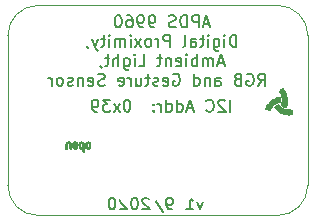
<source format=gbr>
%TF.GenerationSoftware,KiCad,Pcbnew,5.1.5+dfsg1-2~bpo10+1*%
%TF.CreationDate,Date%
%TF.ProjectId,Gesture Sensor,47657374-7572-4652-9053-656e736f722e,rev?*%
%TF.SameCoordinates,Original*%
%TF.FileFunction,Legend,Bot*%
%TF.FilePolarity,Positive*%
%FSLAX45Y45*%
G04 Gerber Fmt 4.5, Leading zero omitted, Abs format (unit mm)*
G04 Created by KiCad*
%MOMM*%
%LPD*%
G04 APERTURE LIST*
%ADD10C,0.150000*%
%ADD11C,0.050000*%
%ADD12C,0.010000*%
%ADD13C,3.900000*%
%ADD14O,1.800000X1.800000*%
%ADD15R,1.800000X1.800000*%
G04 APERTURE END LIST*
D10*
X14962273Y-5470678D02*
X14962273Y-5370678D01*
X14919416Y-5380202D02*
X14914654Y-5375440D01*
X14905130Y-5370678D01*
X14881321Y-5370678D01*
X14871797Y-5375440D01*
X14867035Y-5380202D01*
X14862273Y-5389726D01*
X14862273Y-5399250D01*
X14867035Y-5413535D01*
X14924178Y-5470678D01*
X14862273Y-5470678D01*
X14762273Y-5461154D02*
X14767035Y-5465916D01*
X14781321Y-5470678D01*
X14790845Y-5470678D01*
X14805130Y-5465916D01*
X14814654Y-5456392D01*
X14819416Y-5446869D01*
X14824178Y-5427821D01*
X14824178Y-5413535D01*
X14819416Y-5394488D01*
X14814654Y-5384964D01*
X14805130Y-5375440D01*
X14790845Y-5370678D01*
X14781321Y-5370678D01*
X14767035Y-5375440D01*
X14762273Y-5380202D01*
X14647988Y-5442107D02*
X14600368Y-5442107D01*
X14657511Y-5470678D02*
X14624178Y-5370678D01*
X14590845Y-5470678D01*
X14514654Y-5470678D02*
X14514654Y-5370678D01*
X14514654Y-5465916D02*
X14524178Y-5470678D01*
X14543226Y-5470678D01*
X14552749Y-5465916D01*
X14557511Y-5461154D01*
X14562273Y-5451630D01*
X14562273Y-5423059D01*
X14557511Y-5413535D01*
X14552749Y-5408773D01*
X14543226Y-5404011D01*
X14524178Y-5404011D01*
X14514654Y-5408773D01*
X14424178Y-5470678D02*
X14424178Y-5370678D01*
X14424178Y-5465916D02*
X14433702Y-5470678D01*
X14452749Y-5470678D01*
X14462273Y-5465916D01*
X14467035Y-5461154D01*
X14471797Y-5451630D01*
X14471797Y-5423059D01*
X14467035Y-5413535D01*
X14462273Y-5408773D01*
X14452749Y-5404011D01*
X14433702Y-5404011D01*
X14424178Y-5408773D01*
X14376559Y-5470678D02*
X14376559Y-5404011D01*
X14376559Y-5423059D02*
X14371797Y-5413535D01*
X14367035Y-5408773D01*
X14357511Y-5404011D01*
X14347988Y-5404011D01*
X14314654Y-5461154D02*
X14309892Y-5465916D01*
X14314654Y-5470678D01*
X14319416Y-5465916D01*
X14314654Y-5461154D01*
X14314654Y-5470678D01*
X14314654Y-5408773D02*
X14309892Y-5413535D01*
X14314654Y-5418297D01*
X14319416Y-5413535D01*
X14314654Y-5408773D01*
X14314654Y-5418297D01*
X14095607Y-5370678D02*
X14086083Y-5370678D01*
X14076559Y-5375440D01*
X14071797Y-5380202D01*
X14067035Y-5389726D01*
X14062273Y-5408773D01*
X14062273Y-5432583D01*
X14067035Y-5451630D01*
X14071797Y-5461154D01*
X14076559Y-5465916D01*
X14086083Y-5470678D01*
X14095607Y-5470678D01*
X14105130Y-5465916D01*
X14109892Y-5461154D01*
X14114654Y-5451630D01*
X14119416Y-5432583D01*
X14119416Y-5408773D01*
X14114654Y-5389726D01*
X14109892Y-5380202D01*
X14105130Y-5375440D01*
X14095607Y-5370678D01*
X14028940Y-5470678D02*
X13976559Y-5404011D01*
X14028940Y-5404011D02*
X13976559Y-5470678D01*
X13947988Y-5370678D02*
X13886083Y-5370678D01*
X13919416Y-5408773D01*
X13905130Y-5408773D01*
X13895607Y-5413535D01*
X13890845Y-5418297D01*
X13886083Y-5427821D01*
X13886083Y-5451630D01*
X13890845Y-5461154D01*
X13895607Y-5465916D01*
X13905130Y-5470678D01*
X13933702Y-5470678D01*
X13943226Y-5465916D01*
X13947988Y-5461154D01*
X13838464Y-5470678D02*
X13819416Y-5470678D01*
X13809892Y-5465916D01*
X13805130Y-5461154D01*
X13795607Y-5446869D01*
X13790845Y-5427821D01*
X13790845Y-5389726D01*
X13795607Y-5380202D01*
X13800368Y-5375440D01*
X13809892Y-5370678D01*
X13828940Y-5370678D01*
X13838464Y-5375440D01*
X13843226Y-5380202D01*
X13847988Y-5389726D01*
X13847988Y-5413535D01*
X13843226Y-5423059D01*
X13838464Y-5427821D01*
X13828940Y-5432583D01*
X13809892Y-5432583D01*
X13800368Y-5427821D01*
X13795607Y-5423059D01*
X13790845Y-5413535D01*
X14730680Y-6232051D02*
X14706870Y-6298718D01*
X14683061Y-6232051D01*
X14592585Y-6298718D02*
X14649728Y-6298718D01*
X14621156Y-6298718D02*
X14621156Y-6198718D01*
X14630680Y-6213004D01*
X14640204Y-6222528D01*
X14649728Y-6227289D01*
X14468775Y-6298718D02*
X14449728Y-6298718D01*
X14440204Y-6293956D01*
X14435442Y-6289194D01*
X14425918Y-6274908D01*
X14421156Y-6255861D01*
X14421156Y-6217766D01*
X14425918Y-6208242D01*
X14430680Y-6203480D01*
X14440204Y-6198718D01*
X14459251Y-6198718D01*
X14468775Y-6203480D01*
X14473537Y-6208242D01*
X14478299Y-6217766D01*
X14478299Y-6241575D01*
X14473537Y-6251099D01*
X14468775Y-6255861D01*
X14459251Y-6260623D01*
X14440204Y-6260623D01*
X14430680Y-6255861D01*
X14425918Y-6251099D01*
X14421156Y-6241575D01*
X14306870Y-6193956D02*
X14392585Y-6322528D01*
X14278299Y-6208242D02*
X14273537Y-6203480D01*
X14264013Y-6198718D01*
X14240204Y-6198718D01*
X14230680Y-6203480D01*
X14225918Y-6208242D01*
X14221156Y-6217766D01*
X14221156Y-6227289D01*
X14225918Y-6241575D01*
X14283061Y-6298718D01*
X14221156Y-6298718D01*
X14159251Y-6198718D02*
X14149728Y-6198718D01*
X14140204Y-6203480D01*
X14135442Y-6208242D01*
X14130680Y-6217766D01*
X14125918Y-6236813D01*
X14125918Y-6260623D01*
X14130680Y-6279670D01*
X14135442Y-6289194D01*
X14140204Y-6293956D01*
X14149728Y-6298718D01*
X14159251Y-6298718D01*
X14168775Y-6293956D01*
X14173537Y-6289194D01*
X14178299Y-6279670D01*
X14183061Y-6260623D01*
X14183061Y-6236813D01*
X14178299Y-6217766D01*
X14173537Y-6208242D01*
X14168775Y-6203480D01*
X14159251Y-6198718D01*
X14087823Y-6208242D02*
X14083061Y-6203480D01*
X14073537Y-6198718D01*
X14049728Y-6198718D01*
X14040204Y-6203480D01*
X14035442Y-6208242D01*
X14030680Y-6217766D01*
X14030680Y-6227289D01*
X14035442Y-6241575D01*
X14092585Y-6298718D01*
X14030680Y-6298718D01*
X13968775Y-6198718D02*
X13959251Y-6198718D01*
X13949728Y-6203480D01*
X13944966Y-6208242D01*
X13940204Y-6217766D01*
X13935442Y-6236813D01*
X13935442Y-6260623D01*
X13940204Y-6279670D01*
X13944966Y-6289194D01*
X13949728Y-6293956D01*
X13959251Y-6298718D01*
X13968775Y-6298718D01*
X13978299Y-6293956D01*
X13983061Y-6289194D01*
X13987823Y-6279670D01*
X13992585Y-6260623D01*
X13992585Y-6236813D01*
X13987823Y-6217766D01*
X13983061Y-6208242D01*
X13978299Y-6203480D01*
X13968775Y-6198718D01*
X14786555Y-4727247D02*
X14738936Y-4727247D01*
X14796079Y-4755818D02*
X14762746Y-4655818D01*
X14729412Y-4755818D01*
X14696079Y-4755818D02*
X14696079Y-4655818D01*
X14657984Y-4655818D01*
X14648460Y-4660580D01*
X14643698Y-4665342D01*
X14638936Y-4674866D01*
X14638936Y-4689151D01*
X14643698Y-4698675D01*
X14648460Y-4703437D01*
X14657984Y-4708199D01*
X14696079Y-4708199D01*
X14596079Y-4755818D02*
X14596079Y-4655818D01*
X14572269Y-4655818D01*
X14557984Y-4660580D01*
X14548460Y-4670104D01*
X14543698Y-4679628D01*
X14538936Y-4698675D01*
X14538936Y-4712961D01*
X14543698Y-4732009D01*
X14548460Y-4741532D01*
X14557984Y-4751056D01*
X14572269Y-4755818D01*
X14596079Y-4755818D01*
X14500841Y-4751056D02*
X14486555Y-4755818D01*
X14462746Y-4755818D01*
X14453222Y-4751056D01*
X14448460Y-4746294D01*
X14443698Y-4736770D01*
X14443698Y-4727247D01*
X14448460Y-4717723D01*
X14453222Y-4712961D01*
X14462746Y-4708199D01*
X14481793Y-4703437D01*
X14491317Y-4698675D01*
X14496079Y-4693913D01*
X14500841Y-4684390D01*
X14500841Y-4674866D01*
X14496079Y-4665342D01*
X14491317Y-4660580D01*
X14481793Y-4655818D01*
X14457984Y-4655818D01*
X14443698Y-4660580D01*
X14319888Y-4755818D02*
X14300841Y-4755818D01*
X14291317Y-4751056D01*
X14286555Y-4746294D01*
X14277031Y-4732009D01*
X14272269Y-4712961D01*
X14272269Y-4674866D01*
X14277031Y-4665342D01*
X14281793Y-4660580D01*
X14291317Y-4655818D01*
X14310365Y-4655818D01*
X14319888Y-4660580D01*
X14324650Y-4665342D01*
X14329412Y-4674866D01*
X14329412Y-4698675D01*
X14324650Y-4708199D01*
X14319888Y-4712961D01*
X14310365Y-4717723D01*
X14291317Y-4717723D01*
X14281793Y-4712961D01*
X14277031Y-4708199D01*
X14272269Y-4698675D01*
X14224650Y-4755818D02*
X14205603Y-4755818D01*
X14196079Y-4751056D01*
X14191317Y-4746294D01*
X14181793Y-4732009D01*
X14177031Y-4712961D01*
X14177031Y-4674866D01*
X14181793Y-4665342D01*
X14186555Y-4660580D01*
X14196079Y-4655818D01*
X14215127Y-4655818D01*
X14224650Y-4660580D01*
X14229412Y-4665342D01*
X14234174Y-4674866D01*
X14234174Y-4698675D01*
X14229412Y-4708199D01*
X14224650Y-4712961D01*
X14215127Y-4717723D01*
X14196079Y-4717723D01*
X14186555Y-4712961D01*
X14181793Y-4708199D01*
X14177031Y-4698675D01*
X14091317Y-4655818D02*
X14110365Y-4655818D01*
X14119888Y-4660580D01*
X14124650Y-4665342D01*
X14134174Y-4679628D01*
X14138936Y-4698675D01*
X14138936Y-4736770D01*
X14134174Y-4746294D01*
X14129412Y-4751056D01*
X14119888Y-4755818D01*
X14100841Y-4755818D01*
X14091317Y-4751056D01*
X14086555Y-4746294D01*
X14081793Y-4736770D01*
X14081793Y-4712961D01*
X14086555Y-4703437D01*
X14091317Y-4698675D01*
X14100841Y-4693913D01*
X14119888Y-4693913D01*
X14129412Y-4698675D01*
X14134174Y-4703437D01*
X14138936Y-4712961D01*
X14019888Y-4655818D02*
X14010365Y-4655818D01*
X14000841Y-4660580D01*
X13996079Y-4665342D01*
X13991317Y-4674866D01*
X13986555Y-4693913D01*
X13986555Y-4717723D01*
X13991317Y-4736770D01*
X13996079Y-4746294D01*
X14000841Y-4751056D01*
X14010365Y-4755818D01*
X14019888Y-4755818D01*
X14029412Y-4751056D01*
X14034174Y-4746294D01*
X14038936Y-4736770D01*
X14043698Y-4717723D01*
X14043698Y-4693913D01*
X14038936Y-4674866D01*
X14034174Y-4665342D01*
X14029412Y-4660580D01*
X14019888Y-4655818D01*
X15015127Y-4920818D02*
X15015127Y-4820818D01*
X14991317Y-4820818D01*
X14977031Y-4825580D01*
X14967508Y-4835104D01*
X14962746Y-4844628D01*
X14957984Y-4863675D01*
X14957984Y-4877961D01*
X14962746Y-4897009D01*
X14967508Y-4906532D01*
X14977031Y-4916056D01*
X14991317Y-4920818D01*
X15015127Y-4920818D01*
X14915127Y-4920818D02*
X14915127Y-4854151D01*
X14915127Y-4820818D02*
X14919888Y-4825580D01*
X14915127Y-4830342D01*
X14910365Y-4825580D01*
X14915127Y-4820818D01*
X14915127Y-4830342D01*
X14824650Y-4854151D02*
X14824650Y-4935104D01*
X14829412Y-4944628D01*
X14834174Y-4949390D01*
X14843698Y-4954151D01*
X14857984Y-4954151D01*
X14867508Y-4949390D01*
X14824650Y-4916056D02*
X14834174Y-4920818D01*
X14853222Y-4920818D01*
X14862746Y-4916056D01*
X14867508Y-4911294D01*
X14872269Y-4901770D01*
X14872269Y-4873199D01*
X14867508Y-4863675D01*
X14862746Y-4858913D01*
X14853222Y-4854151D01*
X14834174Y-4854151D01*
X14824650Y-4858913D01*
X14777031Y-4920818D02*
X14777031Y-4854151D01*
X14777031Y-4820818D02*
X14781793Y-4825580D01*
X14777031Y-4830342D01*
X14772269Y-4825580D01*
X14777031Y-4820818D01*
X14777031Y-4830342D01*
X14743698Y-4854151D02*
X14705603Y-4854151D01*
X14729412Y-4820818D02*
X14729412Y-4906532D01*
X14724650Y-4916056D01*
X14715127Y-4920818D01*
X14705603Y-4920818D01*
X14629412Y-4920818D02*
X14629412Y-4868437D01*
X14634174Y-4858913D01*
X14643698Y-4854151D01*
X14662746Y-4854151D01*
X14672269Y-4858913D01*
X14629412Y-4916056D02*
X14638936Y-4920818D01*
X14662746Y-4920818D01*
X14672269Y-4916056D01*
X14677031Y-4906532D01*
X14677031Y-4897009D01*
X14672269Y-4887485D01*
X14662746Y-4882723D01*
X14638936Y-4882723D01*
X14629412Y-4877961D01*
X14567508Y-4920818D02*
X14577031Y-4916056D01*
X14581793Y-4906532D01*
X14581793Y-4820818D01*
X14453222Y-4920818D02*
X14453222Y-4820818D01*
X14415127Y-4820818D01*
X14405603Y-4825580D01*
X14400841Y-4830342D01*
X14396079Y-4839866D01*
X14396079Y-4854151D01*
X14400841Y-4863675D01*
X14405603Y-4868437D01*
X14415127Y-4873199D01*
X14453222Y-4873199D01*
X14353222Y-4920818D02*
X14353222Y-4854151D01*
X14353222Y-4873199D02*
X14348460Y-4863675D01*
X14343698Y-4858913D01*
X14334174Y-4854151D01*
X14324650Y-4854151D01*
X14277031Y-4920818D02*
X14286555Y-4916056D01*
X14291317Y-4911294D01*
X14296079Y-4901770D01*
X14296079Y-4873199D01*
X14291317Y-4863675D01*
X14286555Y-4858913D01*
X14277031Y-4854151D01*
X14262746Y-4854151D01*
X14253222Y-4858913D01*
X14248460Y-4863675D01*
X14243698Y-4873199D01*
X14243698Y-4901770D01*
X14248460Y-4911294D01*
X14253222Y-4916056D01*
X14262746Y-4920818D01*
X14277031Y-4920818D01*
X14210365Y-4920818D02*
X14157984Y-4854151D01*
X14210365Y-4854151D02*
X14157984Y-4920818D01*
X14119888Y-4920818D02*
X14119888Y-4854151D01*
X14119888Y-4820818D02*
X14124650Y-4825580D01*
X14119888Y-4830342D01*
X14115127Y-4825580D01*
X14119888Y-4820818D01*
X14119888Y-4830342D01*
X14072269Y-4920818D02*
X14072269Y-4854151D01*
X14072269Y-4863675D02*
X14067508Y-4858913D01*
X14057984Y-4854151D01*
X14043698Y-4854151D01*
X14034174Y-4858913D01*
X14029412Y-4868437D01*
X14029412Y-4920818D01*
X14029412Y-4868437D02*
X14024650Y-4858913D01*
X14015127Y-4854151D01*
X14000841Y-4854151D01*
X13991317Y-4858913D01*
X13986555Y-4868437D01*
X13986555Y-4920818D01*
X13938936Y-4920818D02*
X13938936Y-4854151D01*
X13938936Y-4820818D02*
X13943698Y-4825580D01*
X13938936Y-4830342D01*
X13934174Y-4825580D01*
X13938936Y-4820818D01*
X13938936Y-4830342D01*
X13905603Y-4854151D02*
X13867508Y-4854151D01*
X13891317Y-4820818D02*
X13891317Y-4906532D01*
X13886555Y-4916056D01*
X13877031Y-4920818D01*
X13867508Y-4920818D01*
X13843698Y-4854151D02*
X13819888Y-4920818D01*
X13796079Y-4854151D02*
X13819888Y-4920818D01*
X13829412Y-4944628D01*
X13834174Y-4949390D01*
X13843698Y-4954151D01*
X13753222Y-4916056D02*
X13753222Y-4920818D01*
X13757984Y-4930342D01*
X13762746Y-4935104D01*
X14907984Y-5057247D02*
X14860365Y-5057247D01*
X14917508Y-5085818D02*
X14884174Y-4985818D01*
X14850841Y-5085818D01*
X14817508Y-5085818D02*
X14817508Y-5019151D01*
X14817508Y-5028675D02*
X14812746Y-5023913D01*
X14803222Y-5019151D01*
X14788936Y-5019151D01*
X14779412Y-5023913D01*
X14774650Y-5033437D01*
X14774650Y-5085818D01*
X14774650Y-5033437D02*
X14769888Y-5023913D01*
X14760365Y-5019151D01*
X14746079Y-5019151D01*
X14736555Y-5023913D01*
X14731793Y-5033437D01*
X14731793Y-5085818D01*
X14684174Y-5085818D02*
X14684174Y-4985818D01*
X14684174Y-5023913D02*
X14674650Y-5019151D01*
X14655603Y-5019151D01*
X14646079Y-5023913D01*
X14641317Y-5028675D01*
X14636555Y-5038199D01*
X14636555Y-5066770D01*
X14641317Y-5076294D01*
X14646079Y-5081056D01*
X14655603Y-5085818D01*
X14674650Y-5085818D01*
X14684174Y-5081056D01*
X14593698Y-5085818D02*
X14593698Y-5019151D01*
X14593698Y-4985818D02*
X14598460Y-4990580D01*
X14593698Y-4995342D01*
X14588936Y-4990580D01*
X14593698Y-4985818D01*
X14593698Y-4995342D01*
X14507984Y-5081056D02*
X14517508Y-5085818D01*
X14536555Y-5085818D01*
X14546079Y-5081056D01*
X14550841Y-5071532D01*
X14550841Y-5033437D01*
X14546079Y-5023913D01*
X14536555Y-5019151D01*
X14517508Y-5019151D01*
X14507984Y-5023913D01*
X14503222Y-5033437D01*
X14503222Y-5042961D01*
X14550841Y-5052485D01*
X14460365Y-5019151D02*
X14460365Y-5085818D01*
X14460365Y-5028675D02*
X14455603Y-5023913D01*
X14446079Y-5019151D01*
X14431793Y-5019151D01*
X14422269Y-5023913D01*
X14417508Y-5033437D01*
X14417508Y-5085818D01*
X14384174Y-5019151D02*
X14346079Y-5019151D01*
X14369888Y-4985818D02*
X14369888Y-5071532D01*
X14365127Y-5081056D01*
X14355603Y-5085818D01*
X14346079Y-5085818D01*
X14188936Y-5085818D02*
X14236555Y-5085818D01*
X14236555Y-4985818D01*
X14155603Y-5085818D02*
X14155603Y-5019151D01*
X14155603Y-4985818D02*
X14160365Y-4990580D01*
X14155603Y-4995342D01*
X14150841Y-4990580D01*
X14155603Y-4985818D01*
X14155603Y-4995342D01*
X14065127Y-5019151D02*
X14065127Y-5100104D01*
X14069888Y-5109628D01*
X14074650Y-5114390D01*
X14084174Y-5119151D01*
X14098460Y-5119151D01*
X14107984Y-5114390D01*
X14065127Y-5081056D02*
X14074650Y-5085818D01*
X14093698Y-5085818D01*
X14103222Y-5081056D01*
X14107984Y-5076294D01*
X14112746Y-5066770D01*
X14112746Y-5038199D01*
X14107984Y-5028675D01*
X14103222Y-5023913D01*
X14093698Y-5019151D01*
X14074650Y-5019151D01*
X14065127Y-5023913D01*
X14017508Y-5085818D02*
X14017508Y-4985818D01*
X13974650Y-5085818D02*
X13974650Y-5033437D01*
X13979412Y-5023913D01*
X13988936Y-5019151D01*
X14003222Y-5019151D01*
X14012746Y-5023913D01*
X14017508Y-5028675D01*
X13941317Y-5019151D02*
X13903222Y-5019151D01*
X13927031Y-4985818D02*
X13927031Y-5071532D01*
X13922269Y-5081056D01*
X13912746Y-5085818D01*
X13903222Y-5085818D01*
X13865127Y-5081056D02*
X13865127Y-5085818D01*
X13869888Y-5095342D01*
X13874650Y-5100104D01*
X15200841Y-5250818D02*
X15234174Y-5203199D01*
X15257984Y-5250818D02*
X15257984Y-5150818D01*
X15219888Y-5150818D01*
X15210365Y-5155580D01*
X15205603Y-5160342D01*
X15200841Y-5169866D01*
X15200841Y-5184151D01*
X15205603Y-5193675D01*
X15210365Y-5198437D01*
X15219888Y-5203199D01*
X15257984Y-5203199D01*
X15105603Y-5155580D02*
X15115127Y-5150818D01*
X15129412Y-5150818D01*
X15143698Y-5155580D01*
X15153222Y-5165104D01*
X15157984Y-5174628D01*
X15162746Y-5193675D01*
X15162746Y-5207961D01*
X15157984Y-5227009D01*
X15153222Y-5236532D01*
X15143698Y-5246056D01*
X15129412Y-5250818D01*
X15119888Y-5250818D01*
X15105603Y-5246056D01*
X15100841Y-5241294D01*
X15100841Y-5207961D01*
X15119888Y-5207961D01*
X15024650Y-5198437D02*
X15010365Y-5203199D01*
X15005603Y-5207961D01*
X15000841Y-5217485D01*
X15000841Y-5231770D01*
X15005603Y-5241294D01*
X15010365Y-5246056D01*
X15019888Y-5250818D01*
X15057984Y-5250818D01*
X15057984Y-5150818D01*
X15024650Y-5150818D01*
X15015127Y-5155580D01*
X15010365Y-5160342D01*
X15005603Y-5169866D01*
X15005603Y-5179390D01*
X15010365Y-5188913D01*
X15015127Y-5193675D01*
X15024650Y-5198437D01*
X15057984Y-5198437D01*
X14838936Y-5250818D02*
X14838936Y-5198437D01*
X14843698Y-5188913D01*
X14853222Y-5184151D01*
X14872269Y-5184151D01*
X14881793Y-5188913D01*
X14838936Y-5246056D02*
X14848460Y-5250818D01*
X14872269Y-5250818D01*
X14881793Y-5246056D01*
X14886555Y-5236532D01*
X14886555Y-5227009D01*
X14881793Y-5217485D01*
X14872269Y-5212723D01*
X14848460Y-5212723D01*
X14838936Y-5207961D01*
X14791317Y-5184151D02*
X14791317Y-5250818D01*
X14791317Y-5193675D02*
X14786555Y-5188913D01*
X14777031Y-5184151D01*
X14762746Y-5184151D01*
X14753222Y-5188913D01*
X14748460Y-5198437D01*
X14748460Y-5250818D01*
X14657984Y-5250818D02*
X14657984Y-5150818D01*
X14657984Y-5246056D02*
X14667508Y-5250818D01*
X14686555Y-5250818D01*
X14696079Y-5246056D01*
X14700841Y-5241294D01*
X14705603Y-5231770D01*
X14705603Y-5203199D01*
X14700841Y-5193675D01*
X14696079Y-5188913D01*
X14686555Y-5184151D01*
X14667508Y-5184151D01*
X14657984Y-5188913D01*
X14481793Y-5155580D02*
X14491317Y-5150818D01*
X14505603Y-5150818D01*
X14519888Y-5155580D01*
X14529412Y-5165104D01*
X14534174Y-5174628D01*
X14538936Y-5193675D01*
X14538936Y-5207961D01*
X14534174Y-5227009D01*
X14529412Y-5236532D01*
X14519888Y-5246056D01*
X14505603Y-5250818D01*
X14496079Y-5250818D01*
X14481793Y-5246056D01*
X14477031Y-5241294D01*
X14477031Y-5207961D01*
X14496079Y-5207961D01*
X14396079Y-5246056D02*
X14405603Y-5250818D01*
X14424650Y-5250818D01*
X14434174Y-5246056D01*
X14438936Y-5236532D01*
X14438936Y-5198437D01*
X14434174Y-5188913D01*
X14424650Y-5184151D01*
X14405603Y-5184151D01*
X14396079Y-5188913D01*
X14391317Y-5198437D01*
X14391317Y-5207961D01*
X14438936Y-5217485D01*
X14353222Y-5246056D02*
X14343698Y-5250818D01*
X14324650Y-5250818D01*
X14315127Y-5246056D01*
X14310365Y-5236532D01*
X14310365Y-5231770D01*
X14315127Y-5222247D01*
X14324650Y-5217485D01*
X14338936Y-5217485D01*
X14348460Y-5212723D01*
X14353222Y-5203199D01*
X14353222Y-5198437D01*
X14348460Y-5188913D01*
X14338936Y-5184151D01*
X14324650Y-5184151D01*
X14315127Y-5188913D01*
X14281793Y-5184151D02*
X14243698Y-5184151D01*
X14267508Y-5150818D02*
X14267508Y-5236532D01*
X14262746Y-5246056D01*
X14253222Y-5250818D01*
X14243698Y-5250818D01*
X14167508Y-5184151D02*
X14167508Y-5250818D01*
X14210365Y-5184151D02*
X14210365Y-5236532D01*
X14205603Y-5246056D01*
X14196079Y-5250818D01*
X14181793Y-5250818D01*
X14172269Y-5246056D01*
X14167508Y-5241294D01*
X14119888Y-5250818D02*
X14119888Y-5184151D01*
X14119888Y-5203199D02*
X14115127Y-5193675D01*
X14110365Y-5188913D01*
X14100841Y-5184151D01*
X14091317Y-5184151D01*
X14019888Y-5246056D02*
X14029412Y-5250818D01*
X14048460Y-5250818D01*
X14057984Y-5246056D01*
X14062746Y-5236532D01*
X14062746Y-5198437D01*
X14057984Y-5188913D01*
X14048460Y-5184151D01*
X14029412Y-5184151D01*
X14019888Y-5188913D01*
X14015127Y-5198437D01*
X14015127Y-5207961D01*
X14062746Y-5217485D01*
X13900841Y-5246056D02*
X13886555Y-5250818D01*
X13862746Y-5250818D01*
X13853222Y-5246056D01*
X13848460Y-5241294D01*
X13843698Y-5231770D01*
X13843698Y-5222247D01*
X13848460Y-5212723D01*
X13853222Y-5207961D01*
X13862746Y-5203199D01*
X13881793Y-5198437D01*
X13891317Y-5193675D01*
X13896079Y-5188913D01*
X13900841Y-5179390D01*
X13900841Y-5169866D01*
X13896079Y-5160342D01*
X13891317Y-5155580D01*
X13881793Y-5150818D01*
X13857984Y-5150818D01*
X13843698Y-5155580D01*
X13762746Y-5246056D02*
X13772269Y-5250818D01*
X13791317Y-5250818D01*
X13800841Y-5246056D01*
X13805603Y-5236532D01*
X13805603Y-5198437D01*
X13800841Y-5188913D01*
X13791317Y-5184151D01*
X13772269Y-5184151D01*
X13762746Y-5188913D01*
X13757984Y-5198437D01*
X13757984Y-5207961D01*
X13805603Y-5217485D01*
X13715127Y-5184151D02*
X13715127Y-5250818D01*
X13715127Y-5193675D02*
X13710365Y-5188913D01*
X13700841Y-5184151D01*
X13686555Y-5184151D01*
X13677031Y-5188913D01*
X13672269Y-5198437D01*
X13672269Y-5250818D01*
X13629412Y-5246056D02*
X13619888Y-5250818D01*
X13600841Y-5250818D01*
X13591317Y-5246056D01*
X13586555Y-5236532D01*
X13586555Y-5231770D01*
X13591317Y-5222247D01*
X13600841Y-5217485D01*
X13615127Y-5217485D01*
X13624650Y-5212723D01*
X13629412Y-5203199D01*
X13629412Y-5198437D01*
X13624650Y-5188913D01*
X13615127Y-5184151D01*
X13600841Y-5184151D01*
X13591317Y-5188913D01*
X13529412Y-5250818D02*
X13538936Y-5246056D01*
X13543698Y-5241294D01*
X13548460Y-5231770D01*
X13548460Y-5203199D01*
X13543698Y-5193675D01*
X13538936Y-5188913D01*
X13529412Y-5184151D01*
X13515127Y-5184151D01*
X13505603Y-5188913D01*
X13500841Y-5193675D01*
X13496079Y-5203199D01*
X13496079Y-5231770D01*
X13500841Y-5241294D01*
X13505603Y-5246056D01*
X13515127Y-5250818D01*
X13529412Y-5250818D01*
X13453222Y-5250818D02*
X13453222Y-5184151D01*
X13453222Y-5203199D02*
X13448460Y-5193675D01*
X13443698Y-5188913D01*
X13434174Y-5184151D01*
X13424650Y-5184151D01*
D11*
X13335000Y-6350000D02*
G75*
G02X13081000Y-6096000I0J254000D01*
G01*
X15367000Y-4572000D02*
G75*
G02X15621000Y-4826000I0J-254000D01*
G01*
X15621000Y-6096000D02*
G75*
G02X15367000Y-6350000I-254000J0D01*
G01*
X13081000Y-4826000D02*
G75*
G02X13335000Y-4572000I254000J0D01*
G01*
X13335000Y-4572000D02*
X15367000Y-4572000D01*
X13081000Y-4826000D02*
X13081000Y-6096000D01*
X15621000Y-4826000D02*
X15621000Y-6096000D01*
X13335000Y-6350000D02*
X15367000Y-6350000D01*
D12*
G36*
X13637550Y-5725244D02*
G01*
X13631827Y-5729093D01*
X13627405Y-5734653D01*
X13624763Y-5741729D01*
X13624229Y-5746936D01*
X13624290Y-5749109D01*
X13624798Y-5750773D01*
X13626194Y-5752264D01*
X13628921Y-5753917D01*
X13633419Y-5756070D01*
X13640129Y-5759057D01*
X13640163Y-5759072D01*
X13646339Y-5761901D01*
X13651404Y-5764413D01*
X13654840Y-5766338D01*
X13656128Y-5767405D01*
X13656129Y-5767413D01*
X13654993Y-5769737D01*
X13652337Y-5772297D01*
X13649288Y-5774142D01*
X13647743Y-5774509D01*
X13643528Y-5773241D01*
X13639899Y-5770067D01*
X13638128Y-5766577D01*
X13636425Y-5764004D01*
X13633088Y-5761075D01*
X13629165Y-5758543D01*
X13625704Y-5757167D01*
X13624981Y-5757091D01*
X13624166Y-5758336D01*
X13624117Y-5761517D01*
X13624716Y-5765807D01*
X13625844Y-5770376D01*
X13627385Y-5774396D01*
X13627463Y-5774552D01*
X13632100Y-5781026D01*
X13638109Y-5785430D01*
X13644933Y-5787591D01*
X13652016Y-5787338D01*
X13658800Y-5784500D01*
X13659101Y-5784301D01*
X13664437Y-5779465D01*
X13667946Y-5773155D01*
X13669888Y-5764859D01*
X13670148Y-5762528D01*
X13670610Y-5751525D01*
X13670057Y-5746395D01*
X13656129Y-5746395D01*
X13655948Y-5749595D01*
X13654958Y-5750529D01*
X13652490Y-5749830D01*
X13648600Y-5748179D01*
X13644252Y-5746108D01*
X13644144Y-5746053D01*
X13640459Y-5744115D01*
X13638980Y-5742821D01*
X13639345Y-5741465D01*
X13640880Y-5739683D01*
X13644788Y-5737104D01*
X13648995Y-5736915D01*
X13652770Y-5738792D01*
X13655377Y-5742411D01*
X13656129Y-5746395D01*
X13670057Y-5746395D01*
X13669661Y-5742723D01*
X13667225Y-5735741D01*
X13663834Y-5730850D01*
X13657715Y-5725908D01*
X13650974Y-5723456D01*
X13644092Y-5723300D01*
X13637550Y-5725244D01*
G37*
X13637550Y-5725244D02*
X13631827Y-5729093D01*
X13627405Y-5734653D01*
X13624763Y-5741729D01*
X13624229Y-5746936D01*
X13624290Y-5749109D01*
X13624798Y-5750773D01*
X13626194Y-5752264D01*
X13628921Y-5753917D01*
X13633419Y-5756070D01*
X13640129Y-5759057D01*
X13640163Y-5759072D01*
X13646339Y-5761901D01*
X13651404Y-5764413D01*
X13654840Y-5766338D01*
X13656128Y-5767405D01*
X13656129Y-5767413D01*
X13654993Y-5769737D01*
X13652337Y-5772297D01*
X13649288Y-5774142D01*
X13647743Y-5774509D01*
X13643528Y-5773241D01*
X13639899Y-5770067D01*
X13638128Y-5766577D01*
X13636425Y-5764004D01*
X13633088Y-5761075D01*
X13629165Y-5758543D01*
X13625704Y-5757167D01*
X13624981Y-5757091D01*
X13624166Y-5758336D01*
X13624117Y-5761517D01*
X13624716Y-5765807D01*
X13625844Y-5770376D01*
X13627385Y-5774396D01*
X13627463Y-5774552D01*
X13632100Y-5781026D01*
X13638109Y-5785430D01*
X13644933Y-5787591D01*
X13652016Y-5787338D01*
X13658800Y-5784500D01*
X13659101Y-5784301D01*
X13664437Y-5779465D01*
X13667946Y-5773155D01*
X13669888Y-5764859D01*
X13670148Y-5762528D01*
X13670610Y-5751525D01*
X13670057Y-5746395D01*
X13656129Y-5746395D01*
X13655948Y-5749595D01*
X13654958Y-5750529D01*
X13652490Y-5749830D01*
X13648600Y-5748179D01*
X13644252Y-5746108D01*
X13644144Y-5746053D01*
X13640459Y-5744115D01*
X13638980Y-5742821D01*
X13639345Y-5741465D01*
X13640880Y-5739683D01*
X13644788Y-5737104D01*
X13648995Y-5736915D01*
X13652770Y-5738792D01*
X13655377Y-5742411D01*
X13656129Y-5746395D01*
X13670057Y-5746395D01*
X13669661Y-5742723D01*
X13667225Y-5735741D01*
X13663834Y-5730850D01*
X13657715Y-5725908D01*
X13650974Y-5723456D01*
X13644092Y-5723300D01*
X13637550Y-5725244D01*
G36*
X13750268Y-5724316D02*
G01*
X13743465Y-5727893D01*
X13738445Y-5733650D01*
X13736661Y-5737351D01*
X13735274Y-5742908D01*
X13734563Y-5749930D01*
X13734496Y-5757593D01*
X13735037Y-5765075D01*
X13736153Y-5771554D01*
X13737809Y-5776207D01*
X13738317Y-5777009D01*
X13744344Y-5782991D01*
X13751503Y-5786573D01*
X13759271Y-5787622D01*
X13767125Y-5786001D01*
X13769311Y-5785029D01*
X13773568Y-5782034D01*
X13777304Y-5778063D01*
X13777657Y-5777560D01*
X13779092Y-5775132D01*
X13780041Y-5772538D01*
X13780601Y-5769122D01*
X13780871Y-5764232D01*
X13780950Y-5757213D01*
X13780951Y-5755640D01*
X13780948Y-5755139D01*
X13766437Y-5755139D01*
X13766353Y-5761763D01*
X13766020Y-5766159D01*
X13765322Y-5768998D01*
X13764138Y-5770952D01*
X13763534Y-5771606D01*
X13760061Y-5774088D01*
X13756690Y-5773975D01*
X13753280Y-5771822D01*
X13751247Y-5769523D01*
X13750043Y-5766168D01*
X13749367Y-5760877D01*
X13749320Y-5760260D01*
X13749205Y-5750671D01*
X13750411Y-5743550D01*
X13752923Y-5738939D01*
X13756724Y-5736883D01*
X13758081Y-5736771D01*
X13761644Y-5737335D01*
X13764081Y-5739289D01*
X13765571Y-5743024D01*
X13766292Y-5748935D01*
X13766437Y-5755139D01*
X13780948Y-5755139D01*
X13780897Y-5748161D01*
X13780670Y-5742936D01*
X13780173Y-5739315D01*
X13779309Y-5736650D01*
X13777979Y-5734292D01*
X13777686Y-5733854D01*
X13772749Y-5727945D01*
X13767369Y-5724515D01*
X13760820Y-5723153D01*
X13758596Y-5723086D01*
X13750268Y-5724316D01*
G37*
X13750268Y-5724316D02*
X13743465Y-5727893D01*
X13738445Y-5733650D01*
X13736661Y-5737351D01*
X13735274Y-5742908D01*
X13734563Y-5749930D01*
X13734496Y-5757593D01*
X13735037Y-5765075D01*
X13736153Y-5771554D01*
X13737809Y-5776207D01*
X13738317Y-5777009D01*
X13744344Y-5782991D01*
X13751503Y-5786573D01*
X13759271Y-5787622D01*
X13767125Y-5786001D01*
X13769311Y-5785029D01*
X13773568Y-5782034D01*
X13777304Y-5778063D01*
X13777657Y-5777560D01*
X13779092Y-5775132D01*
X13780041Y-5772538D01*
X13780601Y-5769122D01*
X13780871Y-5764232D01*
X13780950Y-5757213D01*
X13780951Y-5755640D01*
X13780948Y-5755139D01*
X13766437Y-5755139D01*
X13766353Y-5761763D01*
X13766020Y-5766159D01*
X13765322Y-5768998D01*
X13764138Y-5770952D01*
X13763534Y-5771606D01*
X13760061Y-5774088D01*
X13756690Y-5773975D01*
X13753280Y-5771822D01*
X13751247Y-5769523D01*
X13750043Y-5766168D01*
X13749367Y-5760877D01*
X13749320Y-5760260D01*
X13749205Y-5750671D01*
X13750411Y-5743550D01*
X13752923Y-5738939D01*
X13756724Y-5736883D01*
X13758081Y-5736771D01*
X13761644Y-5737335D01*
X13764081Y-5739289D01*
X13765571Y-5743024D01*
X13766292Y-5748935D01*
X13766437Y-5755139D01*
X13780948Y-5755139D01*
X13780897Y-5748161D01*
X13780670Y-5742936D01*
X13780173Y-5739315D01*
X13779309Y-5736650D01*
X13777979Y-5734292D01*
X13777686Y-5733854D01*
X13772749Y-5727945D01*
X13767369Y-5724515D01*
X13760820Y-5723153D01*
X13758596Y-5723086D01*
X13750268Y-5724316D01*
G36*
X13582771Y-5724898D02*
G01*
X13578113Y-5727592D01*
X13574874Y-5730267D01*
X13572506Y-5733068D01*
X13570874Y-5736495D01*
X13569846Y-5741043D01*
X13569289Y-5747209D01*
X13569068Y-5755491D01*
X13569043Y-5761445D01*
X13569043Y-5783359D01*
X13575211Y-5786124D01*
X13581380Y-5788890D01*
X13582106Y-5764887D01*
X13582406Y-5755923D01*
X13582720Y-5749416D01*
X13583110Y-5744923D01*
X13583635Y-5741997D01*
X13584357Y-5740195D01*
X13585335Y-5739071D01*
X13585649Y-5738828D01*
X13590404Y-5736928D01*
X13595210Y-5737680D01*
X13598071Y-5739674D01*
X13599235Y-5741087D01*
X13600041Y-5742942D01*
X13600553Y-5745753D01*
X13600836Y-5750037D01*
X13600954Y-5756309D01*
X13600974Y-5762846D01*
X13600978Y-5771047D01*
X13601119Y-5776852D01*
X13601589Y-5780766D01*
X13602581Y-5783298D01*
X13604290Y-5784952D01*
X13606907Y-5786236D01*
X13610402Y-5787569D01*
X13614220Y-5789021D01*
X13613766Y-5763259D01*
X13613583Y-5753972D01*
X13613369Y-5747109D01*
X13613062Y-5742191D01*
X13612601Y-5738740D01*
X13611923Y-5736276D01*
X13610968Y-5734322D01*
X13609817Y-5732597D01*
X13604261Y-5727088D01*
X13597482Y-5723902D01*
X13590109Y-5723139D01*
X13582771Y-5724898D01*
G37*
X13582771Y-5724898D02*
X13578113Y-5727592D01*
X13574874Y-5730267D01*
X13572506Y-5733068D01*
X13570874Y-5736495D01*
X13569846Y-5741043D01*
X13569289Y-5747209D01*
X13569068Y-5755491D01*
X13569043Y-5761445D01*
X13569043Y-5783359D01*
X13575211Y-5786124D01*
X13581380Y-5788890D01*
X13582106Y-5764887D01*
X13582406Y-5755923D01*
X13582720Y-5749416D01*
X13583110Y-5744923D01*
X13583635Y-5741997D01*
X13584357Y-5740195D01*
X13585335Y-5739071D01*
X13585649Y-5738828D01*
X13590404Y-5736928D01*
X13595210Y-5737680D01*
X13598071Y-5739674D01*
X13599235Y-5741087D01*
X13600041Y-5742942D01*
X13600553Y-5745753D01*
X13600836Y-5750037D01*
X13600954Y-5756309D01*
X13600974Y-5762846D01*
X13600978Y-5771047D01*
X13601119Y-5776852D01*
X13601589Y-5780766D01*
X13602581Y-5783298D01*
X13604290Y-5784952D01*
X13606907Y-5786236D01*
X13610402Y-5787569D01*
X13614220Y-5789021D01*
X13613766Y-5763259D01*
X13613583Y-5753972D01*
X13613369Y-5747109D01*
X13613062Y-5742191D01*
X13612601Y-5738740D01*
X13611923Y-5736276D01*
X13610968Y-5734322D01*
X13609817Y-5732597D01*
X13604261Y-5727088D01*
X13597482Y-5723902D01*
X13590109Y-5723139D01*
X13582771Y-5724898D01*
G36*
X13694406Y-5724112D02*
G01*
X13688860Y-5726877D01*
X13683965Y-5731968D01*
X13682617Y-5733854D01*
X13681149Y-5736321D01*
X13680196Y-5739002D01*
X13679651Y-5742579D01*
X13679405Y-5747737D01*
X13679351Y-5754547D01*
X13679595Y-5763879D01*
X13680441Y-5770886D01*
X13682063Y-5776113D01*
X13684635Y-5780107D01*
X13688330Y-5783413D01*
X13688602Y-5783609D01*
X13692244Y-5785611D01*
X13696630Y-5786601D01*
X13702208Y-5786846D01*
X13711275Y-5786846D01*
X13711279Y-5795648D01*
X13711363Y-5800551D01*
X13711878Y-5803426D01*
X13713221Y-5805151D01*
X13715794Y-5806601D01*
X13716412Y-5806897D01*
X13719304Y-5808285D01*
X13721542Y-5809161D01*
X13723207Y-5809237D01*
X13724376Y-5808222D01*
X13725129Y-5805827D01*
X13725543Y-5801763D01*
X13725698Y-5795739D01*
X13725673Y-5787465D01*
X13725545Y-5776654D01*
X13725505Y-5773420D01*
X13725361Y-5762272D01*
X13725233Y-5754980D01*
X13711283Y-5754980D01*
X13711204Y-5761170D01*
X13710856Y-5765220D01*
X13710068Y-5767891D01*
X13708669Y-5769944D01*
X13707720Y-5770946D01*
X13703840Y-5773877D01*
X13700404Y-5774115D01*
X13696858Y-5771695D01*
X13696769Y-5771606D01*
X13695326Y-5769735D01*
X13694449Y-5767193D01*
X13694006Y-5763278D01*
X13693868Y-5757290D01*
X13693866Y-5755963D01*
X13694199Y-5747710D01*
X13695283Y-5741989D01*
X13697246Y-5738497D01*
X13700215Y-5736929D01*
X13701931Y-5736771D01*
X13706003Y-5737513D01*
X13708797Y-5739953D01*
X13710478Y-5744418D01*
X13711215Y-5751233D01*
X13711283Y-5754980D01*
X13725233Y-5754980D01*
X13725209Y-5753644D01*
X13725012Y-5747153D01*
X13724735Y-5742416D01*
X13724341Y-5739049D01*
X13723795Y-5736670D01*
X13723061Y-5734895D01*
X13722102Y-5733342D01*
X13721691Y-5732758D01*
X13716239Y-5727238D01*
X13709346Y-5724109D01*
X13701373Y-5723236D01*
X13694406Y-5724112D01*
G37*
X13694406Y-5724112D02*
X13688860Y-5726877D01*
X13683965Y-5731968D01*
X13682617Y-5733854D01*
X13681149Y-5736321D01*
X13680196Y-5739002D01*
X13679651Y-5742579D01*
X13679405Y-5747737D01*
X13679351Y-5754547D01*
X13679595Y-5763879D01*
X13680441Y-5770886D01*
X13682063Y-5776113D01*
X13684635Y-5780107D01*
X13688330Y-5783413D01*
X13688602Y-5783609D01*
X13692244Y-5785611D01*
X13696630Y-5786601D01*
X13702208Y-5786846D01*
X13711275Y-5786846D01*
X13711279Y-5795648D01*
X13711363Y-5800551D01*
X13711878Y-5803426D01*
X13713221Y-5805151D01*
X13715794Y-5806601D01*
X13716412Y-5806897D01*
X13719304Y-5808285D01*
X13721542Y-5809161D01*
X13723207Y-5809237D01*
X13724376Y-5808222D01*
X13725129Y-5805827D01*
X13725543Y-5801763D01*
X13725698Y-5795739D01*
X13725673Y-5787465D01*
X13725545Y-5776654D01*
X13725505Y-5773420D01*
X13725361Y-5762272D01*
X13725233Y-5754980D01*
X13711283Y-5754980D01*
X13711204Y-5761170D01*
X13710856Y-5765220D01*
X13710068Y-5767891D01*
X13708669Y-5769944D01*
X13707720Y-5770946D01*
X13703840Y-5773877D01*
X13700404Y-5774115D01*
X13696858Y-5771695D01*
X13696769Y-5771606D01*
X13695326Y-5769735D01*
X13694449Y-5767193D01*
X13694006Y-5763278D01*
X13693868Y-5757290D01*
X13693866Y-5755963D01*
X13694199Y-5747710D01*
X13695283Y-5741989D01*
X13697246Y-5738497D01*
X13700215Y-5736929D01*
X13701931Y-5736771D01*
X13706003Y-5737513D01*
X13708797Y-5739953D01*
X13710478Y-5744418D01*
X13711215Y-5751233D01*
X13711283Y-5754980D01*
X13725233Y-5754980D01*
X13725209Y-5753644D01*
X13725012Y-5747153D01*
X13724735Y-5742416D01*
X13724341Y-5739049D01*
X13723795Y-5736670D01*
X13723061Y-5734895D01*
X13722102Y-5733342D01*
X13721691Y-5732758D01*
X13716239Y-5727238D01*
X13709346Y-5724109D01*
X13701373Y-5723236D01*
X13694406Y-5724112D01*
G36*
X15409085Y-5272652D02*
G01*
X15413382Y-5278438D01*
X15418639Y-5286853D01*
X15424303Y-5296889D01*
X15429819Y-5307543D01*
X15434634Y-5317807D01*
X15438192Y-5326677D01*
X15439411Y-5330588D01*
X15443482Y-5351552D01*
X15445105Y-5373063D01*
X15444324Y-5393830D01*
X15441184Y-5412564D01*
X15436092Y-5427226D01*
X15433374Y-5432292D01*
X15430533Y-5434687D01*
X15426321Y-5434541D01*
X15419489Y-5431983D01*
X15413990Y-5429517D01*
X15404042Y-5424523D01*
X15398261Y-5419993D01*
X15395977Y-5414840D01*
X15396518Y-5407978D01*
X15397744Y-5403198D01*
X15401043Y-5383920D01*
X15400844Y-5362915D01*
X15397386Y-5341775D01*
X15390910Y-5322092D01*
X15383364Y-5307924D01*
X15379455Y-5301015D01*
X15378674Y-5296199D01*
X15379604Y-5293540D01*
X15383030Y-5289072D01*
X15388698Y-5283383D01*
X15395261Y-5277633D01*
X15401372Y-5272987D01*
X15405682Y-5270605D01*
X15406302Y-5270500D01*
X15409085Y-5272652D01*
G37*
X15409085Y-5272652D02*
X15413382Y-5278438D01*
X15418639Y-5286853D01*
X15424303Y-5296889D01*
X15429819Y-5307543D01*
X15434634Y-5317807D01*
X15438192Y-5326677D01*
X15439411Y-5330588D01*
X15443482Y-5351552D01*
X15445105Y-5373063D01*
X15444324Y-5393830D01*
X15441184Y-5412564D01*
X15436092Y-5427226D01*
X15433374Y-5432292D01*
X15430533Y-5434687D01*
X15426321Y-5434541D01*
X15419489Y-5431983D01*
X15413990Y-5429517D01*
X15404042Y-5424523D01*
X15398261Y-5419993D01*
X15395977Y-5414840D01*
X15396518Y-5407978D01*
X15397744Y-5403198D01*
X15401043Y-5383920D01*
X15400844Y-5362915D01*
X15397386Y-5341775D01*
X15390910Y-5322092D01*
X15383364Y-5307924D01*
X15379455Y-5301015D01*
X15378674Y-5296199D01*
X15379604Y-5293540D01*
X15383030Y-5289072D01*
X15388698Y-5283383D01*
X15395261Y-5277633D01*
X15401372Y-5272987D01*
X15405682Y-5270605D01*
X15406302Y-5270500D01*
X15409085Y-5272652D01*
G36*
X15386784Y-5368730D02*
G01*
X15386050Y-5390761D01*
X15372080Y-5393631D01*
X15351852Y-5400047D01*
X15334565Y-5410479D01*
X15319946Y-5425132D01*
X15309850Y-5440275D01*
X15304857Y-5448630D01*
X15300536Y-5454919D01*
X15297632Y-5458088D01*
X15297150Y-5458273D01*
X15293625Y-5457509D01*
X15286703Y-5455558D01*
X15277812Y-5452827D01*
X15276846Y-5452519D01*
X15267701Y-5449138D01*
X15261169Y-5445829D01*
X15258391Y-5443174D01*
X15258380Y-5443122D01*
X15259369Y-5436886D01*
X15263718Y-5428245D01*
X15270782Y-5417916D01*
X15279915Y-5406618D01*
X15290473Y-5395070D01*
X15301809Y-5383990D01*
X15313279Y-5374096D01*
X15324237Y-5366107D01*
X15331176Y-5362075D01*
X15344363Y-5356151D01*
X15357955Y-5351283D01*
X15370369Y-5347968D01*
X15380024Y-5346701D01*
X15380260Y-5346700D01*
X15387518Y-5346700D01*
X15386784Y-5368730D01*
G37*
X15386784Y-5368730D02*
X15386050Y-5390761D01*
X15372080Y-5393631D01*
X15351852Y-5400047D01*
X15334565Y-5410479D01*
X15319946Y-5425132D01*
X15309850Y-5440275D01*
X15304857Y-5448630D01*
X15300536Y-5454919D01*
X15297632Y-5458088D01*
X15297150Y-5458273D01*
X15293625Y-5457509D01*
X15286703Y-5455558D01*
X15277812Y-5452827D01*
X15276846Y-5452519D01*
X15267701Y-5449138D01*
X15261169Y-5445829D01*
X15258391Y-5443174D01*
X15258380Y-5443122D01*
X15259369Y-5436886D01*
X15263718Y-5428245D01*
X15270782Y-5417916D01*
X15279915Y-5406618D01*
X15290473Y-5395070D01*
X15301809Y-5383990D01*
X15313279Y-5374096D01*
X15324237Y-5366107D01*
X15331176Y-5362075D01*
X15344363Y-5356151D01*
X15357955Y-5351283D01*
X15370369Y-5347968D01*
X15380024Y-5346701D01*
X15380260Y-5346700D01*
X15387518Y-5346700D01*
X15386784Y-5368730D01*
G36*
X15381093Y-5420742D02*
G01*
X15391867Y-5429965D01*
X15405138Y-5438749D01*
X15412345Y-5442640D01*
X15421531Y-5447016D01*
X15428757Y-5449767D01*
X15435785Y-5451271D01*
X15444380Y-5451908D01*
X15456174Y-5452056D01*
X15468571Y-5452210D01*
X15476851Y-5453140D01*
X15481976Y-5455641D01*
X15484910Y-5460508D01*
X15486613Y-5468538D01*
X15487784Y-5478183D01*
X15489488Y-5493245D01*
X15475869Y-5494880D01*
X15457351Y-5496191D01*
X15443046Y-5495148D01*
X15441930Y-5494933D01*
X15425077Y-5491244D01*
X15411819Y-5487650D01*
X15400705Y-5483636D01*
X15390286Y-5478688D01*
X15380477Y-5473114D01*
X15370089Y-5466203D01*
X15359789Y-5458179D01*
X15350431Y-5449849D01*
X15342872Y-5442021D01*
X15337966Y-5435503D01*
X15336520Y-5431592D01*
X15338916Y-5426912D01*
X15345914Y-5421085D01*
X15357216Y-5414356D01*
X15368783Y-5408205D01*
X15381093Y-5420742D01*
G37*
X15381093Y-5420742D02*
X15391867Y-5429965D01*
X15405138Y-5438749D01*
X15412345Y-5442640D01*
X15421531Y-5447016D01*
X15428757Y-5449767D01*
X15435785Y-5451271D01*
X15444380Y-5451908D01*
X15456174Y-5452056D01*
X15468571Y-5452210D01*
X15476851Y-5453140D01*
X15481976Y-5455641D01*
X15484910Y-5460508D01*
X15486613Y-5468538D01*
X15487784Y-5478183D01*
X15489488Y-5493245D01*
X15475869Y-5494880D01*
X15457351Y-5496191D01*
X15443046Y-5495148D01*
X15441930Y-5494933D01*
X15425077Y-5491244D01*
X15411819Y-5487650D01*
X15400705Y-5483636D01*
X15390286Y-5478688D01*
X15380477Y-5473114D01*
X15370089Y-5466203D01*
X15359789Y-5458179D01*
X15350431Y-5449849D01*
X15342872Y-5442021D01*
X15337966Y-5435503D01*
X15336520Y-5431592D01*
X15338916Y-5426912D01*
X15345914Y-5421085D01*
X15357216Y-5414356D01*
X15368783Y-5408205D01*
X15381093Y-5420742D01*
%LPC*%
G36*
X13497791Y-5261435D02*
G01*
X13505645Y-5261478D01*
X13511330Y-5261594D01*
X13515210Y-5261821D01*
X13517654Y-5262194D01*
X13519026Y-5262751D01*
X13519694Y-5263527D01*
X13520024Y-5264561D01*
X13520056Y-5264694D01*
X13520556Y-5267108D01*
X13521483Y-5271870D01*
X13522739Y-5278474D01*
X13524229Y-5286413D01*
X13525855Y-5295180D01*
X13525912Y-5295488D01*
X13527541Y-5304079D01*
X13529065Y-5311670D01*
X13530386Y-5317805D01*
X13531405Y-5322028D01*
X13532025Y-5323886D01*
X13532054Y-5323918D01*
X13533879Y-5324825D01*
X13537640Y-5326337D01*
X13542527Y-5328126D01*
X13542554Y-5328136D01*
X13548709Y-5330449D01*
X13555966Y-5333397D01*
X13562806Y-5336360D01*
X13563129Y-5336506D01*
X13574270Y-5341563D01*
X13598940Y-5324716D01*
X13606508Y-5319580D01*
X13613363Y-5314989D01*
X13619109Y-5311203D01*
X13623348Y-5308484D01*
X13625682Y-5307092D01*
X13625904Y-5306989D01*
X13627601Y-5307448D01*
X13630770Y-5309666D01*
X13635535Y-5313745D01*
X13642020Y-5319791D01*
X13648640Y-5326223D01*
X13655021Y-5332561D01*
X13660733Y-5338345D01*
X13665430Y-5343218D01*
X13668770Y-5346821D01*
X13670408Y-5348798D01*
X13670469Y-5348900D01*
X13670650Y-5350257D01*
X13669968Y-5352473D01*
X13668254Y-5355848D01*
X13665339Y-5360680D01*
X13661055Y-5367269D01*
X13655345Y-5375752D01*
X13650277Y-5383218D01*
X13645746Y-5389914D01*
X13642015Y-5395452D01*
X13639345Y-5399442D01*
X13637998Y-5401496D01*
X13637914Y-5401636D01*
X13638078Y-5403604D01*
X13639324Y-5407429D01*
X13641405Y-5412389D01*
X13642146Y-5413973D01*
X13645381Y-5421029D01*
X13648833Y-5429035D01*
X13651636Y-5435963D01*
X13653657Y-5441105D01*
X13655261Y-5445012D01*
X13656189Y-5447054D01*
X13656304Y-5447211D01*
X13658010Y-5447472D01*
X13662030Y-5448186D01*
X13667830Y-5449252D01*
X13674876Y-5450569D01*
X13682633Y-5452033D01*
X13690567Y-5453545D01*
X13698143Y-5455002D01*
X13704826Y-5456302D01*
X13710083Y-5457345D01*
X13713378Y-5458027D01*
X13714186Y-5458220D01*
X13715020Y-5458696D01*
X13715651Y-5459772D01*
X13716104Y-5461810D01*
X13716410Y-5465173D01*
X13716597Y-5470226D01*
X13716692Y-5477329D01*
X13716724Y-5486848D01*
X13716726Y-5490749D01*
X13716726Y-5522480D01*
X13709106Y-5523984D01*
X13704866Y-5524800D01*
X13698540Y-5525990D01*
X13690896Y-5527412D01*
X13682704Y-5528921D01*
X13680440Y-5529336D01*
X13672881Y-5530805D01*
X13666295Y-5532251D01*
X13661237Y-5533538D01*
X13658257Y-5534532D01*
X13657761Y-5534829D01*
X13656543Y-5536928D01*
X13654795Y-5540997D01*
X13652858Y-5546232D01*
X13652473Y-5547360D01*
X13649934Y-5554352D01*
X13646782Y-5562242D01*
X13643697Y-5569327D01*
X13643682Y-5569360D01*
X13638545Y-5580473D01*
X13655440Y-5605325D01*
X13672335Y-5630177D01*
X13650643Y-5651906D01*
X13644082Y-5658373D01*
X13638098Y-5664073D01*
X13633027Y-5668703D01*
X13629205Y-5671958D01*
X13626967Y-5673534D01*
X13626647Y-5673634D01*
X13624763Y-5672847D01*
X13620918Y-5670658D01*
X13615533Y-5667327D01*
X13609028Y-5663113D01*
X13601994Y-5658394D01*
X13594855Y-5653581D01*
X13588491Y-5649393D01*
X13583304Y-5646087D01*
X13579699Y-5643922D01*
X13578087Y-5643154D01*
X13576119Y-5643804D01*
X13572387Y-5645515D01*
X13567662Y-5647933D01*
X13567161Y-5648201D01*
X13560798Y-5651393D01*
X13556434Y-5652958D01*
X13553720Y-5652974D01*
X13552306Y-5651520D01*
X13552297Y-5651500D01*
X13551590Y-5649778D01*
X13549904Y-5645690D01*
X13547369Y-5639552D01*
X13544117Y-5631682D01*
X13540278Y-5622395D01*
X13535982Y-5612007D01*
X13531822Y-5601950D01*
X13527250Y-5590852D01*
X13523053Y-5580570D01*
X13519355Y-5571422D01*
X13516283Y-5563720D01*
X13513962Y-5557782D01*
X13512519Y-5553921D01*
X13512074Y-5552480D01*
X13513190Y-5550827D01*
X13516107Y-5548193D01*
X13519997Y-5545289D01*
X13531076Y-5536104D01*
X13539735Y-5525576D01*
X13545872Y-5513927D01*
X13549381Y-5501378D01*
X13550161Y-5488151D01*
X13549594Y-5482046D01*
X13546508Y-5469380D01*
X13541192Y-5458194D01*
X13533977Y-5448600D01*
X13525192Y-5440708D01*
X13515166Y-5434627D01*
X13504231Y-5430469D01*
X13492715Y-5428343D01*
X13480947Y-5428360D01*
X13469259Y-5430630D01*
X13457979Y-5435264D01*
X13447437Y-5442371D01*
X13443037Y-5446391D01*
X13434598Y-5456713D01*
X13428722Y-5467993D01*
X13425370Y-5479901D01*
X13424503Y-5492110D01*
X13426082Y-5504289D01*
X13430068Y-5516112D01*
X13436421Y-5527248D01*
X13445102Y-5537368D01*
X13454803Y-5545289D01*
X13458844Y-5548316D01*
X13461698Y-5550922D01*
X13462726Y-5552483D01*
X13462188Y-5554184D01*
X13460657Y-5558250D01*
X13458261Y-5564364D01*
X13455124Y-5572212D01*
X13451373Y-5581478D01*
X13447133Y-5591847D01*
X13442966Y-5601953D01*
X13438369Y-5613061D01*
X13434111Y-5623354D01*
X13430322Y-5632516D01*
X13427134Y-5640232D01*
X13424677Y-5646183D01*
X13423082Y-5650054D01*
X13422491Y-5651500D01*
X13421095Y-5652968D01*
X13418394Y-5652964D01*
X13414041Y-5651410D01*
X13407689Y-5648228D01*
X13407639Y-5648201D01*
X13402856Y-5645732D01*
X13398990Y-5643934D01*
X13396809Y-5643161D01*
X13396713Y-5643154D01*
X13395072Y-5643938D01*
X13391449Y-5646116D01*
X13386247Y-5649433D01*
X13379872Y-5653629D01*
X13372806Y-5658394D01*
X13365612Y-5663219D01*
X13359127Y-5667415D01*
X13353773Y-5670723D01*
X13349970Y-5672882D01*
X13348153Y-5673634D01*
X13346481Y-5672646D01*
X13343118Y-5669883D01*
X13338401Y-5665649D01*
X13332666Y-5660250D01*
X13326248Y-5653990D01*
X13324150Y-5651898D01*
X13302450Y-5630162D01*
X13318967Y-5605922D01*
X13323986Y-5598478D01*
X13328392Y-5591797D01*
X13331936Y-5586267D01*
X13334372Y-5582273D01*
X13335452Y-5580204D01*
X13335484Y-5580056D01*
X13334914Y-5578106D01*
X13333383Y-5574182D01*
X13331154Y-5568943D01*
X13329589Y-5565436D01*
X13326664Y-5558720D01*
X13323909Y-5551936D01*
X13321774Y-5546203D01*
X13321193Y-5544457D01*
X13319545Y-5539794D01*
X13317934Y-5536191D01*
X13317049Y-5534829D01*
X13315096Y-5533995D01*
X13310833Y-5532814D01*
X13304814Y-5531418D01*
X13297592Y-5529942D01*
X13294360Y-5529336D01*
X13286152Y-5527827D01*
X13278279Y-5526367D01*
X13271511Y-5525098D01*
X13266616Y-5524164D01*
X13265694Y-5523984D01*
X13258074Y-5522480D01*
X13258074Y-5490749D01*
X13258091Y-5480315D01*
X13258162Y-5472421D01*
X13258313Y-5466704D01*
X13258575Y-5462800D01*
X13258975Y-5460347D01*
X13259541Y-5458981D01*
X13260302Y-5458339D01*
X13260614Y-5458220D01*
X13262498Y-5457798D01*
X13266659Y-5456956D01*
X13272563Y-5455796D01*
X13279676Y-5454420D01*
X13287462Y-5452928D01*
X13295389Y-5451423D01*
X13302920Y-5450007D01*
X13309521Y-5448781D01*
X13314659Y-5447846D01*
X13317797Y-5447305D01*
X13318496Y-5447211D01*
X13319128Y-5445960D01*
X13320529Y-5442625D01*
X13322435Y-5437838D01*
X13323163Y-5435963D01*
X13326100Y-5428720D01*
X13329557Y-5420717D01*
X13332654Y-5413973D01*
X13334932Y-5408816D01*
X13336448Y-5404579D01*
X13336954Y-5401983D01*
X13336874Y-5401636D01*
X13335804Y-5399994D01*
X13333362Y-5396342D01*
X13329809Y-5391069D01*
X13325409Y-5384564D01*
X13320422Y-5377215D01*
X13319436Y-5375765D01*
X13313649Y-5367170D01*
X13309396Y-5360626D01*
X13306505Y-5355830D01*
X13304809Y-5352482D01*
X13304137Y-5350280D01*
X13304319Y-5348922D01*
X13304324Y-5348913D01*
X13305759Y-5347130D01*
X13308932Y-5343682D01*
X13313501Y-5338927D01*
X13319120Y-5333222D01*
X13325447Y-5326926D01*
X13326160Y-5326223D01*
X13334133Y-5318502D01*
X13340286Y-5312833D01*
X13344742Y-5309111D01*
X13347626Y-5307232D01*
X13348896Y-5306989D01*
X13350749Y-5308047D01*
X13354596Y-5310492D01*
X13360039Y-5314061D01*
X13366680Y-5318495D01*
X13374122Y-5323531D01*
X13375860Y-5324716D01*
X13400530Y-5341563D01*
X13411671Y-5336506D01*
X13418446Y-5333560D01*
X13425718Y-5330596D01*
X13431970Y-5328233D01*
X13432246Y-5328136D01*
X13437136Y-5326346D01*
X13440906Y-5324832D01*
X13442742Y-5323921D01*
X13442746Y-5323918D01*
X13443328Y-5322272D01*
X13444319Y-5318222D01*
X13445619Y-5312224D01*
X13447131Y-5304734D01*
X13448755Y-5296206D01*
X13448888Y-5295488D01*
X13450517Y-5286701D01*
X13452013Y-5278726D01*
X13453279Y-5272068D01*
X13454219Y-5267235D01*
X13454735Y-5264733D01*
X13454744Y-5264694D01*
X13455059Y-5263630D01*
X13455670Y-5262826D01*
X13456945Y-5262247D01*
X13459250Y-5261855D01*
X13462951Y-5261614D01*
X13468414Y-5261487D01*
X13476007Y-5261437D01*
X13486094Y-5261429D01*
X13487400Y-5261429D01*
X13497791Y-5261435D01*
G37*
X13497791Y-5261435D02*
X13505645Y-5261478D01*
X13511330Y-5261594D01*
X13515210Y-5261821D01*
X13517654Y-5262194D01*
X13519026Y-5262751D01*
X13519694Y-5263527D01*
X13520024Y-5264561D01*
X13520056Y-5264694D01*
X13520556Y-5267108D01*
X13521483Y-5271870D01*
X13522739Y-5278474D01*
X13524229Y-5286413D01*
X13525855Y-5295180D01*
X13525912Y-5295488D01*
X13527541Y-5304079D01*
X13529065Y-5311670D01*
X13530386Y-5317805D01*
X13531405Y-5322028D01*
X13532025Y-5323886D01*
X13532054Y-5323918D01*
X13533879Y-5324825D01*
X13537640Y-5326337D01*
X13542527Y-5328126D01*
X13542554Y-5328136D01*
X13548709Y-5330449D01*
X13555966Y-5333397D01*
X13562806Y-5336360D01*
X13563129Y-5336506D01*
X13574270Y-5341563D01*
X13598940Y-5324716D01*
X13606508Y-5319580D01*
X13613363Y-5314989D01*
X13619109Y-5311203D01*
X13623348Y-5308484D01*
X13625682Y-5307092D01*
X13625904Y-5306989D01*
X13627601Y-5307448D01*
X13630770Y-5309666D01*
X13635535Y-5313745D01*
X13642020Y-5319791D01*
X13648640Y-5326223D01*
X13655021Y-5332561D01*
X13660733Y-5338345D01*
X13665430Y-5343218D01*
X13668770Y-5346821D01*
X13670408Y-5348798D01*
X13670469Y-5348900D01*
X13670650Y-5350257D01*
X13669968Y-5352473D01*
X13668254Y-5355848D01*
X13665339Y-5360680D01*
X13661055Y-5367269D01*
X13655345Y-5375752D01*
X13650277Y-5383218D01*
X13645746Y-5389914D01*
X13642015Y-5395452D01*
X13639345Y-5399442D01*
X13637998Y-5401496D01*
X13637914Y-5401636D01*
X13638078Y-5403604D01*
X13639324Y-5407429D01*
X13641405Y-5412389D01*
X13642146Y-5413973D01*
X13645381Y-5421029D01*
X13648833Y-5429035D01*
X13651636Y-5435963D01*
X13653657Y-5441105D01*
X13655261Y-5445012D01*
X13656189Y-5447054D01*
X13656304Y-5447211D01*
X13658010Y-5447472D01*
X13662030Y-5448186D01*
X13667830Y-5449252D01*
X13674876Y-5450569D01*
X13682633Y-5452033D01*
X13690567Y-5453545D01*
X13698143Y-5455002D01*
X13704826Y-5456302D01*
X13710083Y-5457345D01*
X13713378Y-5458027D01*
X13714186Y-5458220D01*
X13715020Y-5458696D01*
X13715651Y-5459772D01*
X13716104Y-5461810D01*
X13716410Y-5465173D01*
X13716597Y-5470226D01*
X13716692Y-5477329D01*
X13716724Y-5486848D01*
X13716726Y-5490749D01*
X13716726Y-5522480D01*
X13709106Y-5523984D01*
X13704866Y-5524800D01*
X13698540Y-5525990D01*
X13690896Y-5527412D01*
X13682704Y-5528921D01*
X13680440Y-5529336D01*
X13672881Y-5530805D01*
X13666295Y-5532251D01*
X13661237Y-5533538D01*
X13658257Y-5534532D01*
X13657761Y-5534829D01*
X13656543Y-5536928D01*
X13654795Y-5540997D01*
X13652858Y-5546232D01*
X13652473Y-5547360D01*
X13649934Y-5554352D01*
X13646782Y-5562242D01*
X13643697Y-5569327D01*
X13643682Y-5569360D01*
X13638545Y-5580473D01*
X13655440Y-5605325D01*
X13672335Y-5630177D01*
X13650643Y-5651906D01*
X13644082Y-5658373D01*
X13638098Y-5664073D01*
X13633027Y-5668703D01*
X13629205Y-5671958D01*
X13626967Y-5673534D01*
X13626647Y-5673634D01*
X13624763Y-5672847D01*
X13620918Y-5670658D01*
X13615533Y-5667327D01*
X13609028Y-5663113D01*
X13601994Y-5658394D01*
X13594855Y-5653581D01*
X13588491Y-5649393D01*
X13583304Y-5646087D01*
X13579699Y-5643922D01*
X13578087Y-5643154D01*
X13576119Y-5643804D01*
X13572387Y-5645515D01*
X13567662Y-5647933D01*
X13567161Y-5648201D01*
X13560798Y-5651393D01*
X13556434Y-5652958D01*
X13553720Y-5652974D01*
X13552306Y-5651520D01*
X13552297Y-5651500D01*
X13551590Y-5649778D01*
X13549904Y-5645690D01*
X13547369Y-5639552D01*
X13544117Y-5631682D01*
X13540278Y-5622395D01*
X13535982Y-5612007D01*
X13531822Y-5601950D01*
X13527250Y-5590852D01*
X13523053Y-5580570D01*
X13519355Y-5571422D01*
X13516283Y-5563720D01*
X13513962Y-5557782D01*
X13512519Y-5553921D01*
X13512074Y-5552480D01*
X13513190Y-5550827D01*
X13516107Y-5548193D01*
X13519997Y-5545289D01*
X13531076Y-5536104D01*
X13539735Y-5525576D01*
X13545872Y-5513927D01*
X13549381Y-5501378D01*
X13550161Y-5488151D01*
X13549594Y-5482046D01*
X13546508Y-5469380D01*
X13541192Y-5458194D01*
X13533977Y-5448600D01*
X13525192Y-5440708D01*
X13515166Y-5434627D01*
X13504231Y-5430469D01*
X13492715Y-5428343D01*
X13480947Y-5428360D01*
X13469259Y-5430630D01*
X13457979Y-5435264D01*
X13447437Y-5442371D01*
X13443037Y-5446391D01*
X13434598Y-5456713D01*
X13428722Y-5467993D01*
X13425370Y-5479901D01*
X13424503Y-5492110D01*
X13426082Y-5504289D01*
X13430068Y-5516112D01*
X13436421Y-5527248D01*
X13445102Y-5537368D01*
X13454803Y-5545289D01*
X13458844Y-5548316D01*
X13461698Y-5550922D01*
X13462726Y-5552483D01*
X13462188Y-5554184D01*
X13460657Y-5558250D01*
X13458261Y-5564364D01*
X13455124Y-5572212D01*
X13451373Y-5581478D01*
X13447133Y-5591847D01*
X13442966Y-5601953D01*
X13438369Y-5613061D01*
X13434111Y-5623354D01*
X13430322Y-5632516D01*
X13427134Y-5640232D01*
X13424677Y-5646183D01*
X13423082Y-5650054D01*
X13422491Y-5651500D01*
X13421095Y-5652968D01*
X13418394Y-5652964D01*
X13414041Y-5651410D01*
X13407689Y-5648228D01*
X13407639Y-5648201D01*
X13402856Y-5645732D01*
X13398990Y-5643934D01*
X13396809Y-5643161D01*
X13396713Y-5643154D01*
X13395072Y-5643938D01*
X13391449Y-5646116D01*
X13386247Y-5649433D01*
X13379872Y-5653629D01*
X13372806Y-5658394D01*
X13365612Y-5663219D01*
X13359127Y-5667415D01*
X13353773Y-5670723D01*
X13349970Y-5672882D01*
X13348153Y-5673634D01*
X13346481Y-5672646D01*
X13343118Y-5669883D01*
X13338401Y-5665649D01*
X13332666Y-5660250D01*
X13326248Y-5653990D01*
X13324150Y-5651898D01*
X13302450Y-5630162D01*
X13318967Y-5605922D01*
X13323986Y-5598478D01*
X13328392Y-5591797D01*
X13331936Y-5586267D01*
X13334372Y-5582273D01*
X13335452Y-5580204D01*
X13335484Y-5580056D01*
X13334914Y-5578106D01*
X13333383Y-5574182D01*
X13331154Y-5568943D01*
X13329589Y-5565436D01*
X13326664Y-5558720D01*
X13323909Y-5551936D01*
X13321774Y-5546203D01*
X13321193Y-5544457D01*
X13319545Y-5539794D01*
X13317934Y-5536191D01*
X13317049Y-5534829D01*
X13315096Y-5533995D01*
X13310833Y-5532814D01*
X13304814Y-5531418D01*
X13297592Y-5529942D01*
X13294360Y-5529336D01*
X13286152Y-5527827D01*
X13278279Y-5526367D01*
X13271511Y-5525098D01*
X13266616Y-5524164D01*
X13265694Y-5523984D01*
X13258074Y-5522480D01*
X13258074Y-5490749D01*
X13258091Y-5480315D01*
X13258162Y-5472421D01*
X13258313Y-5466704D01*
X13258575Y-5462800D01*
X13258975Y-5460347D01*
X13259541Y-5458981D01*
X13260302Y-5458339D01*
X13260614Y-5458220D01*
X13262498Y-5457798D01*
X13266659Y-5456956D01*
X13272563Y-5455796D01*
X13279676Y-5454420D01*
X13287462Y-5452928D01*
X13295389Y-5451423D01*
X13302920Y-5450007D01*
X13309521Y-5448781D01*
X13314659Y-5447846D01*
X13317797Y-5447305D01*
X13318496Y-5447211D01*
X13319128Y-5445960D01*
X13320529Y-5442625D01*
X13322435Y-5437838D01*
X13323163Y-5435963D01*
X13326100Y-5428720D01*
X13329557Y-5420717D01*
X13332654Y-5413973D01*
X13334932Y-5408816D01*
X13336448Y-5404579D01*
X13336954Y-5401983D01*
X13336874Y-5401636D01*
X13335804Y-5399994D01*
X13333362Y-5396342D01*
X13329809Y-5391069D01*
X13325409Y-5384564D01*
X13320422Y-5377215D01*
X13319436Y-5375765D01*
X13313649Y-5367170D01*
X13309396Y-5360626D01*
X13306505Y-5355830D01*
X13304809Y-5352482D01*
X13304137Y-5350280D01*
X13304319Y-5348922D01*
X13304324Y-5348913D01*
X13305759Y-5347130D01*
X13308932Y-5343682D01*
X13313501Y-5338927D01*
X13319120Y-5333222D01*
X13325447Y-5326926D01*
X13326160Y-5326223D01*
X13334133Y-5318502D01*
X13340286Y-5312833D01*
X13344742Y-5309111D01*
X13347626Y-5307232D01*
X13348896Y-5306989D01*
X13350749Y-5308047D01*
X13354596Y-5310492D01*
X13360039Y-5314061D01*
X13366680Y-5318495D01*
X13374122Y-5323531D01*
X13375860Y-5324716D01*
X13400530Y-5341563D01*
X13411671Y-5336506D01*
X13418446Y-5333560D01*
X13425718Y-5330596D01*
X13431970Y-5328233D01*
X13432246Y-5328136D01*
X13437136Y-5326346D01*
X13440906Y-5324832D01*
X13442742Y-5323921D01*
X13442746Y-5323918D01*
X13443328Y-5322272D01*
X13444319Y-5318222D01*
X13445619Y-5312224D01*
X13447131Y-5304734D01*
X13448755Y-5296206D01*
X13448888Y-5295488D01*
X13450517Y-5286701D01*
X13452013Y-5278726D01*
X13453279Y-5272068D01*
X13454219Y-5267235D01*
X13454735Y-5264733D01*
X13454744Y-5264694D01*
X13455059Y-5263630D01*
X13455670Y-5262826D01*
X13456945Y-5262247D01*
X13459250Y-5261855D01*
X13462951Y-5261614D01*
X13468414Y-5261487D01*
X13476007Y-5261437D01*
X13486094Y-5261429D01*
X13487400Y-5261429D01*
X13497791Y-5261435D01*
G36*
X13139020Y-5728817D02*
G01*
X13133278Y-5732570D01*
X13130508Y-5735930D01*
X13128314Y-5742026D01*
X13128139Y-5746851D01*
X13128534Y-5753302D01*
X13143411Y-5759813D01*
X13150645Y-5763140D01*
X13155372Y-5765816D01*
X13157829Y-5768134D01*
X13158256Y-5770387D01*
X13156891Y-5772865D01*
X13155386Y-5774509D01*
X13151005Y-5777143D01*
X13146241Y-5777328D01*
X13141865Y-5775275D01*
X13138651Y-5771195D01*
X13138076Y-5769755D01*
X13135322Y-5765256D01*
X13132154Y-5763338D01*
X13127809Y-5761698D01*
X13127809Y-5767917D01*
X13128193Y-5772148D01*
X13129698Y-5775717D01*
X13132852Y-5779814D01*
X13133321Y-5780347D01*
X13136829Y-5783992D01*
X13139845Y-5785948D01*
X13143618Y-5786848D01*
X13146746Y-5787143D01*
X13152341Y-5787216D01*
X13156324Y-5786286D01*
X13158809Y-5784905D01*
X13162714Y-5781867D01*
X13165417Y-5778581D01*
X13167128Y-5774449D01*
X13168056Y-5768872D01*
X13168411Y-5761250D01*
X13168439Y-5757382D01*
X13168343Y-5752745D01*
X13159579Y-5752745D01*
X13159478Y-5755233D01*
X13159224Y-5755640D01*
X13157553Y-5755086D01*
X13153955Y-5753622D01*
X13149147Y-5751539D01*
X13148141Y-5751091D01*
X13142065Y-5748001D01*
X13138717Y-5745286D01*
X13137981Y-5742742D01*
X13139741Y-5740168D01*
X13141194Y-5739031D01*
X13146439Y-5736756D01*
X13151348Y-5737132D01*
X13155457Y-5739908D01*
X13158304Y-5744835D01*
X13159217Y-5748746D01*
X13159579Y-5752745D01*
X13168343Y-5752745D01*
X13168251Y-5748345D01*
X13167560Y-5741658D01*
X13166192Y-5736789D01*
X13163970Y-5733205D01*
X13160723Y-5730371D01*
X13159307Y-5729455D01*
X13152875Y-5727071D01*
X13145833Y-5726921D01*
X13139020Y-5728817D01*
G37*
X13139020Y-5728817D02*
X13133278Y-5732570D01*
X13130508Y-5735930D01*
X13128314Y-5742026D01*
X13128139Y-5746851D01*
X13128534Y-5753302D01*
X13143411Y-5759813D01*
X13150645Y-5763140D01*
X13155372Y-5765816D01*
X13157829Y-5768134D01*
X13158256Y-5770387D01*
X13156891Y-5772865D01*
X13155386Y-5774509D01*
X13151005Y-5777143D01*
X13146241Y-5777328D01*
X13141865Y-5775275D01*
X13138651Y-5771195D01*
X13138076Y-5769755D01*
X13135322Y-5765256D01*
X13132154Y-5763338D01*
X13127809Y-5761698D01*
X13127809Y-5767917D01*
X13128193Y-5772148D01*
X13129698Y-5775717D01*
X13132852Y-5779814D01*
X13133321Y-5780347D01*
X13136829Y-5783992D01*
X13139845Y-5785948D01*
X13143618Y-5786848D01*
X13146746Y-5787143D01*
X13152341Y-5787216D01*
X13156324Y-5786286D01*
X13158809Y-5784905D01*
X13162714Y-5781867D01*
X13165417Y-5778581D01*
X13167128Y-5774449D01*
X13168056Y-5768872D01*
X13168411Y-5761250D01*
X13168439Y-5757382D01*
X13168343Y-5752745D01*
X13159579Y-5752745D01*
X13159478Y-5755233D01*
X13159224Y-5755640D01*
X13157553Y-5755086D01*
X13153955Y-5753622D01*
X13149147Y-5751539D01*
X13148141Y-5751091D01*
X13142065Y-5748001D01*
X13138717Y-5745286D01*
X13137981Y-5742742D01*
X13139741Y-5740168D01*
X13141194Y-5739031D01*
X13146439Y-5736756D01*
X13151348Y-5737132D01*
X13155457Y-5739908D01*
X13158304Y-5744835D01*
X13159217Y-5748746D01*
X13159579Y-5752745D01*
X13168343Y-5752745D01*
X13168251Y-5748345D01*
X13167560Y-5741658D01*
X13166192Y-5736789D01*
X13163970Y-5733205D01*
X13160723Y-5730371D01*
X13159307Y-5729455D01*
X13152875Y-5727071D01*
X13145833Y-5726921D01*
X13139020Y-5728817D01*
G36*
X13189120Y-5727995D02*
G01*
X13187385Y-5728753D01*
X13183244Y-5732033D01*
X13179703Y-5736775D01*
X13177514Y-5741835D01*
X13177157Y-5744330D01*
X13178352Y-5747813D01*
X13180973Y-5749656D01*
X13183784Y-5750772D01*
X13185070Y-5750977D01*
X13185697Y-5749485D01*
X13186934Y-5746237D01*
X13187477Y-5744770D01*
X13190521Y-5739694D01*
X13194928Y-5737163D01*
X13200579Y-5737241D01*
X13200997Y-5737340D01*
X13204014Y-5738771D01*
X13206232Y-5741559D01*
X13207747Y-5746049D01*
X13208655Y-5752581D01*
X13209051Y-5761500D01*
X13209089Y-5766246D01*
X13209107Y-5773727D01*
X13209228Y-5778827D01*
X13209549Y-5782067D01*
X13210169Y-5783969D01*
X13211186Y-5785056D01*
X13212698Y-5785847D01*
X13212785Y-5785887D01*
X13215697Y-5787118D01*
X13217140Y-5787571D01*
X13217361Y-5786201D01*
X13217551Y-5782412D01*
X13217695Y-5776691D01*
X13217780Y-5769523D01*
X13217797Y-5764276D01*
X13217711Y-5754125D01*
X13217373Y-5746423D01*
X13216666Y-5740722D01*
X13215471Y-5736573D01*
X13213671Y-5733524D01*
X13211147Y-5731128D01*
X13208655Y-5729455D01*
X13202663Y-5727230D01*
X13195689Y-5726728D01*
X13189120Y-5727995D01*
G37*
X13189120Y-5727995D02*
X13187385Y-5728753D01*
X13183244Y-5732033D01*
X13179703Y-5736775D01*
X13177514Y-5741835D01*
X13177157Y-5744330D01*
X13178352Y-5747813D01*
X13180973Y-5749656D01*
X13183784Y-5750772D01*
X13185070Y-5750977D01*
X13185697Y-5749485D01*
X13186934Y-5746237D01*
X13187477Y-5744770D01*
X13190521Y-5739694D01*
X13194928Y-5737163D01*
X13200579Y-5737241D01*
X13200997Y-5737340D01*
X13204014Y-5738771D01*
X13206232Y-5741559D01*
X13207747Y-5746049D01*
X13208655Y-5752581D01*
X13209051Y-5761500D01*
X13209089Y-5766246D01*
X13209107Y-5773727D01*
X13209228Y-5778827D01*
X13209549Y-5782067D01*
X13210169Y-5783969D01*
X13211186Y-5785056D01*
X13212698Y-5785847D01*
X13212785Y-5785887D01*
X13215697Y-5787118D01*
X13217140Y-5787571D01*
X13217361Y-5786201D01*
X13217551Y-5782412D01*
X13217695Y-5776691D01*
X13217780Y-5769523D01*
X13217797Y-5764276D01*
X13217711Y-5754125D01*
X13217373Y-5746423D01*
X13216666Y-5740722D01*
X13215471Y-5736573D01*
X13213671Y-5733524D01*
X13211147Y-5731128D01*
X13208655Y-5729455D01*
X13202663Y-5727230D01*
X13195689Y-5726728D01*
X13189120Y-5727995D01*
G36*
X13239892Y-5727753D02*
G01*
X13235713Y-5729654D01*
X13232433Y-5731958D01*
X13230030Y-5734533D01*
X13228370Y-5737856D01*
X13227322Y-5742400D01*
X13226753Y-5748641D01*
X13226529Y-5757053D01*
X13226506Y-5762592D01*
X13226506Y-5784203D01*
X13230203Y-5785887D01*
X13233114Y-5787118D01*
X13234557Y-5787571D01*
X13234833Y-5786222D01*
X13235052Y-5782585D01*
X13235186Y-5777274D01*
X13235214Y-5773057D01*
X13235337Y-5766965D01*
X13235666Y-5762131D01*
X13236148Y-5759172D01*
X13236530Y-5758543D01*
X13239102Y-5759185D01*
X13243138Y-5760832D01*
X13247812Y-5763066D01*
X13252295Y-5765466D01*
X13255761Y-5767613D01*
X13257380Y-5769088D01*
X13257386Y-5769104D01*
X13257247Y-5771835D01*
X13255998Y-5774442D01*
X13253806Y-5776559D01*
X13250606Y-5777267D01*
X13247871Y-5777185D01*
X13243997Y-5777124D01*
X13241964Y-5778032D01*
X13240743Y-5780429D01*
X13240589Y-5780881D01*
X13240060Y-5784301D01*
X13241475Y-5786377D01*
X13245165Y-5787366D01*
X13249151Y-5787549D01*
X13256324Y-5786193D01*
X13260037Y-5784255D01*
X13264622Y-5779704D01*
X13267054Y-5774118D01*
X13267273Y-5768216D01*
X13265217Y-5762715D01*
X13262125Y-5759269D01*
X13259038Y-5757339D01*
X13254186Y-5754896D01*
X13248531Y-5752418D01*
X13247589Y-5752040D01*
X13241378Y-5749299D01*
X13237798Y-5746883D01*
X13236646Y-5744482D01*
X13237722Y-5741783D01*
X13239569Y-5739674D01*
X13243933Y-5737077D01*
X13248735Y-5736882D01*
X13253139Y-5738884D01*
X13256309Y-5742875D01*
X13256725Y-5743905D01*
X13259147Y-5747692D01*
X13262683Y-5750504D01*
X13267146Y-5752812D01*
X13267146Y-5746268D01*
X13266883Y-5742271D01*
X13265757Y-5739120D01*
X13263260Y-5735758D01*
X13260863Y-5733168D01*
X13257136Y-5729502D01*
X13254240Y-5727532D01*
X13251129Y-5726742D01*
X13247609Y-5726611D01*
X13239892Y-5727753D01*
G37*
X13239892Y-5727753D02*
X13235713Y-5729654D01*
X13232433Y-5731958D01*
X13230030Y-5734533D01*
X13228370Y-5737856D01*
X13227322Y-5742400D01*
X13226753Y-5748641D01*
X13226529Y-5757053D01*
X13226506Y-5762592D01*
X13226506Y-5784203D01*
X13230203Y-5785887D01*
X13233114Y-5787118D01*
X13234557Y-5787571D01*
X13234833Y-5786222D01*
X13235052Y-5782585D01*
X13235186Y-5777274D01*
X13235214Y-5773057D01*
X13235337Y-5766965D01*
X13235666Y-5762131D01*
X13236148Y-5759172D01*
X13236530Y-5758543D01*
X13239102Y-5759185D01*
X13243138Y-5760832D01*
X13247812Y-5763066D01*
X13252295Y-5765466D01*
X13255761Y-5767613D01*
X13257380Y-5769088D01*
X13257386Y-5769104D01*
X13257247Y-5771835D01*
X13255998Y-5774442D01*
X13253806Y-5776559D01*
X13250606Y-5777267D01*
X13247871Y-5777185D01*
X13243997Y-5777124D01*
X13241964Y-5778032D01*
X13240743Y-5780429D01*
X13240589Y-5780881D01*
X13240060Y-5784301D01*
X13241475Y-5786377D01*
X13245165Y-5787366D01*
X13249151Y-5787549D01*
X13256324Y-5786193D01*
X13260037Y-5784255D01*
X13264622Y-5779704D01*
X13267054Y-5774118D01*
X13267273Y-5768216D01*
X13265217Y-5762715D01*
X13262125Y-5759269D01*
X13259038Y-5757339D01*
X13254186Y-5754896D01*
X13248531Y-5752418D01*
X13247589Y-5752040D01*
X13241378Y-5749299D01*
X13237798Y-5746883D01*
X13236646Y-5744482D01*
X13237722Y-5741783D01*
X13239569Y-5739674D01*
X13243933Y-5737077D01*
X13248735Y-5736882D01*
X13253139Y-5738884D01*
X13256309Y-5742875D01*
X13256725Y-5743905D01*
X13259147Y-5747692D01*
X13262683Y-5750504D01*
X13267146Y-5752812D01*
X13267146Y-5746268D01*
X13266883Y-5742271D01*
X13265757Y-5739120D01*
X13263260Y-5735758D01*
X13260863Y-5733168D01*
X13257136Y-5729502D01*
X13254240Y-5727532D01*
X13251129Y-5726742D01*
X13247609Y-5726611D01*
X13239892Y-5727753D01*
G36*
X13276397Y-5727986D02*
G01*
X13276175Y-5731805D01*
X13276002Y-5737609D01*
X13275890Y-5744938D01*
X13275854Y-5752625D01*
X13275854Y-5778640D01*
X13280447Y-5783233D01*
X13283612Y-5786063D01*
X13286391Y-5787209D01*
X13290188Y-5787137D01*
X13291696Y-5786952D01*
X13296407Y-5786415D01*
X13300304Y-5786107D01*
X13301254Y-5786078D01*
X13304457Y-5786264D01*
X13309037Y-5786731D01*
X13310813Y-5786952D01*
X13315174Y-5787293D01*
X13318105Y-5786552D01*
X13321012Y-5784263D01*
X13322061Y-5783233D01*
X13326654Y-5778640D01*
X13326654Y-5729980D01*
X13322957Y-5728296D01*
X13319774Y-5727048D01*
X13317912Y-5726611D01*
X13317434Y-5727992D01*
X13316988Y-5731849D01*
X13316602Y-5737756D01*
X13316308Y-5745286D01*
X13316166Y-5751649D01*
X13315769Y-5776686D01*
X13312304Y-5777176D01*
X13309153Y-5776833D01*
X13307609Y-5775724D01*
X13307178Y-5773651D01*
X13306809Y-5769234D01*
X13306533Y-5763035D01*
X13306379Y-5755611D01*
X13306356Y-5751791D01*
X13306334Y-5729798D01*
X13301763Y-5728205D01*
X13298528Y-5727121D01*
X13296768Y-5726616D01*
X13296718Y-5726611D01*
X13296541Y-5727985D01*
X13296347Y-5731793D01*
X13296152Y-5737568D01*
X13295972Y-5744843D01*
X13295846Y-5751649D01*
X13295449Y-5776686D01*
X13286740Y-5776686D01*
X13286340Y-5753844D01*
X13285941Y-5731002D01*
X13281695Y-5728807D01*
X13278561Y-5727299D01*
X13276706Y-5726615D01*
X13276652Y-5726611D01*
X13276397Y-5727986D01*
G37*
X13276397Y-5727986D02*
X13276175Y-5731805D01*
X13276002Y-5737609D01*
X13275890Y-5744938D01*
X13275854Y-5752625D01*
X13275854Y-5778640D01*
X13280447Y-5783233D01*
X13283612Y-5786063D01*
X13286391Y-5787209D01*
X13290188Y-5787137D01*
X13291696Y-5786952D01*
X13296407Y-5786415D01*
X13300304Y-5786107D01*
X13301254Y-5786078D01*
X13304457Y-5786264D01*
X13309037Y-5786731D01*
X13310813Y-5786952D01*
X13315174Y-5787293D01*
X13318105Y-5786552D01*
X13321012Y-5784263D01*
X13322061Y-5783233D01*
X13326654Y-5778640D01*
X13326654Y-5729980D01*
X13322957Y-5728296D01*
X13319774Y-5727048D01*
X13317912Y-5726611D01*
X13317434Y-5727992D01*
X13316988Y-5731849D01*
X13316602Y-5737756D01*
X13316308Y-5745286D01*
X13316166Y-5751649D01*
X13315769Y-5776686D01*
X13312304Y-5777176D01*
X13309153Y-5776833D01*
X13307609Y-5775724D01*
X13307178Y-5773651D01*
X13306809Y-5769234D01*
X13306533Y-5763035D01*
X13306379Y-5755611D01*
X13306356Y-5751791D01*
X13306334Y-5729798D01*
X13301763Y-5728205D01*
X13298528Y-5727121D01*
X13296768Y-5726616D01*
X13296718Y-5726611D01*
X13296541Y-5727985D01*
X13296347Y-5731793D01*
X13296152Y-5737568D01*
X13295972Y-5744843D01*
X13295846Y-5751649D01*
X13295449Y-5776686D01*
X13286740Y-5776686D01*
X13286340Y-5753844D01*
X13285941Y-5731002D01*
X13281695Y-5728807D01*
X13278561Y-5727299D01*
X13276706Y-5726615D01*
X13276652Y-5726611D01*
X13276397Y-5727986D01*
G36*
X13335368Y-5738656D02*
G01*
X13335387Y-5749504D01*
X13335458Y-5757849D01*
X13335612Y-5764090D01*
X13335880Y-5768628D01*
X13336291Y-5771863D01*
X13336874Y-5774193D01*
X13337662Y-5776019D01*
X13338258Y-5777062D01*
X13343194Y-5782714D01*
X13349454Y-5786258D01*
X13356379Y-5787529D01*
X13363313Y-5786366D01*
X13367442Y-5784277D01*
X13371777Y-5780662D01*
X13374732Y-5776248D01*
X13376514Y-5770466D01*
X13377334Y-5762751D01*
X13377450Y-5757091D01*
X13377434Y-5756685D01*
X13367294Y-5756685D01*
X13367232Y-5763175D01*
X13366949Y-5767471D01*
X13366296Y-5770282D01*
X13365128Y-5772315D01*
X13363732Y-5773849D01*
X13359043Y-5776809D01*
X13354010Y-5777062D01*
X13349252Y-5774590D01*
X13348882Y-5774256D01*
X13347302Y-5772513D01*
X13346311Y-5770441D01*
X13345774Y-5767356D01*
X13345557Y-5762578D01*
X13345523Y-5757295D01*
X13345597Y-5750658D01*
X13345905Y-5746231D01*
X13346574Y-5743321D01*
X13347730Y-5741237D01*
X13348679Y-5740131D01*
X13353084Y-5737340D01*
X13358158Y-5737004D01*
X13363000Y-5739136D01*
X13363935Y-5739927D01*
X13365526Y-5741685D01*
X13366519Y-5743779D01*
X13367052Y-5746898D01*
X13367264Y-5751732D01*
X13367294Y-5756685D01*
X13377434Y-5756685D01*
X13377099Y-5747977D01*
X13375907Y-5741129D01*
X13373666Y-5735980D01*
X13370168Y-5731964D01*
X13367442Y-5729906D01*
X13362489Y-5727682D01*
X13356748Y-5726650D01*
X13351412Y-5726927D01*
X13348426Y-5728041D01*
X13347254Y-5728358D01*
X13346476Y-5727176D01*
X13345933Y-5724007D01*
X13345523Y-5719179D01*
X13345073Y-5713803D01*
X13344449Y-5710568D01*
X13343312Y-5708718D01*
X13341327Y-5707497D01*
X13340080Y-5706956D01*
X13335363Y-5704980D01*
X13335368Y-5738656D01*
G37*
X13335368Y-5738656D02*
X13335387Y-5749504D01*
X13335458Y-5757849D01*
X13335612Y-5764090D01*
X13335880Y-5768628D01*
X13336291Y-5771863D01*
X13336874Y-5774193D01*
X13337662Y-5776019D01*
X13338258Y-5777062D01*
X13343194Y-5782714D01*
X13349454Y-5786258D01*
X13356379Y-5787529D01*
X13363313Y-5786366D01*
X13367442Y-5784277D01*
X13371777Y-5780662D01*
X13374732Y-5776248D01*
X13376514Y-5770466D01*
X13377334Y-5762751D01*
X13377450Y-5757091D01*
X13377434Y-5756685D01*
X13367294Y-5756685D01*
X13367232Y-5763175D01*
X13366949Y-5767471D01*
X13366296Y-5770282D01*
X13365128Y-5772315D01*
X13363732Y-5773849D01*
X13359043Y-5776809D01*
X13354010Y-5777062D01*
X13349252Y-5774590D01*
X13348882Y-5774256D01*
X13347302Y-5772513D01*
X13346311Y-5770441D01*
X13345774Y-5767356D01*
X13345557Y-5762578D01*
X13345523Y-5757295D01*
X13345597Y-5750658D01*
X13345905Y-5746231D01*
X13346574Y-5743321D01*
X13347730Y-5741237D01*
X13348679Y-5740131D01*
X13353084Y-5737340D01*
X13358158Y-5737004D01*
X13363000Y-5739136D01*
X13363935Y-5739927D01*
X13365526Y-5741685D01*
X13366519Y-5743779D01*
X13367052Y-5746898D01*
X13367264Y-5751732D01*
X13367294Y-5756685D01*
X13377434Y-5756685D01*
X13377099Y-5747977D01*
X13375907Y-5741129D01*
X13373666Y-5735980D01*
X13370168Y-5731964D01*
X13367442Y-5729906D01*
X13362489Y-5727682D01*
X13356748Y-5726650D01*
X13351412Y-5726927D01*
X13348426Y-5728041D01*
X13347254Y-5728358D01*
X13346476Y-5727176D01*
X13345933Y-5724007D01*
X13345523Y-5719179D01*
X13345073Y-5713803D01*
X13344449Y-5710568D01*
X13343312Y-5708718D01*
X13341327Y-5707497D01*
X13340080Y-5706956D01*
X13335363Y-5704980D01*
X13335368Y-5738656D01*
G36*
X13401387Y-5727095D02*
G01*
X13394794Y-5729528D01*
X13389453Y-5733832D01*
X13387364Y-5736861D01*
X13385086Y-5742419D01*
X13385133Y-5746439D01*
X13387524Y-5749142D01*
X13388408Y-5749601D01*
X13392227Y-5751034D01*
X13394177Y-5750667D01*
X13394838Y-5748261D01*
X13394871Y-5746931D01*
X13396081Y-5742041D01*
X13399233Y-5738620D01*
X13403614Y-5736968D01*
X13408510Y-5737383D01*
X13412491Y-5739543D01*
X13413835Y-5740774D01*
X13414788Y-5742269D01*
X13415431Y-5744527D01*
X13415848Y-5748053D01*
X13416120Y-5753347D01*
X13416330Y-5760911D01*
X13416384Y-5763306D01*
X13416582Y-5771499D01*
X13416807Y-5777265D01*
X13417144Y-5781081D01*
X13417679Y-5783420D01*
X13418498Y-5784760D01*
X13419684Y-5785574D01*
X13420444Y-5785934D01*
X13423670Y-5787165D01*
X13425569Y-5787571D01*
X13426196Y-5786215D01*
X13426579Y-5782113D01*
X13426720Y-5775220D01*
X13426620Y-5765487D01*
X13426589Y-5763986D01*
X13426370Y-5755106D01*
X13426111Y-5748622D01*
X13425742Y-5744027D01*
X13425194Y-5740813D01*
X13424396Y-5738475D01*
X13423281Y-5736505D01*
X13422697Y-5735661D01*
X13419350Y-5731926D01*
X13415607Y-5729020D01*
X13415149Y-5728767D01*
X13408437Y-5726764D01*
X13401387Y-5727095D01*
G37*
X13401387Y-5727095D02*
X13394794Y-5729528D01*
X13389453Y-5733832D01*
X13387364Y-5736861D01*
X13385086Y-5742419D01*
X13385133Y-5746439D01*
X13387524Y-5749142D01*
X13388408Y-5749601D01*
X13392227Y-5751034D01*
X13394177Y-5750667D01*
X13394838Y-5748261D01*
X13394871Y-5746931D01*
X13396081Y-5742041D01*
X13399233Y-5738620D01*
X13403614Y-5736968D01*
X13408510Y-5737383D01*
X13412491Y-5739543D01*
X13413835Y-5740774D01*
X13414788Y-5742269D01*
X13415431Y-5744527D01*
X13415848Y-5748053D01*
X13416120Y-5753347D01*
X13416330Y-5760911D01*
X13416384Y-5763306D01*
X13416582Y-5771499D01*
X13416807Y-5777265D01*
X13417144Y-5781081D01*
X13417679Y-5783420D01*
X13418498Y-5784760D01*
X13419684Y-5785574D01*
X13420444Y-5785934D01*
X13423670Y-5787165D01*
X13425569Y-5787571D01*
X13426196Y-5786215D01*
X13426579Y-5782113D01*
X13426720Y-5775220D01*
X13426620Y-5765487D01*
X13426589Y-5763986D01*
X13426370Y-5755106D01*
X13426111Y-5748622D01*
X13425742Y-5744027D01*
X13425194Y-5740813D01*
X13424396Y-5738475D01*
X13423281Y-5736505D01*
X13422697Y-5735661D01*
X13419350Y-5731926D01*
X13415607Y-5729020D01*
X13415149Y-5728767D01*
X13408437Y-5726764D01*
X13401387Y-5727095D01*
G36*
X13450406Y-5727217D02*
G01*
X13444718Y-5729329D01*
X13444653Y-5729369D01*
X13441136Y-5731958D01*
X13438539Y-5734983D01*
X13436713Y-5738926D01*
X13435507Y-5744266D01*
X13434770Y-5751485D01*
X13434354Y-5761063D01*
X13434317Y-5762428D01*
X13433792Y-5783004D01*
X13438208Y-5785288D01*
X13441404Y-5786831D01*
X13443333Y-5787562D01*
X13443422Y-5787571D01*
X13443756Y-5786222D01*
X13444021Y-5782583D01*
X13444184Y-5777265D01*
X13444220Y-5772959D01*
X13444221Y-5765984D01*
X13444540Y-5761604D01*
X13445651Y-5759514D01*
X13448030Y-5759412D01*
X13452150Y-5760994D01*
X13458371Y-5763901D01*
X13462946Y-5766316D01*
X13465299Y-5768411D01*
X13465990Y-5770695D01*
X13465991Y-5770808D01*
X13464850Y-5774741D01*
X13461471Y-5776866D01*
X13456299Y-5777174D01*
X13452574Y-5777121D01*
X13450610Y-5778193D01*
X13449385Y-5780770D01*
X13448680Y-5784054D01*
X13449696Y-5785917D01*
X13450078Y-5786183D01*
X13453680Y-5787254D01*
X13458723Y-5787406D01*
X13463917Y-5786696D01*
X13467598Y-5785399D01*
X13472686Y-5781078D01*
X13475579Y-5775065D01*
X13476151Y-5770366D01*
X13475714Y-5766128D01*
X13474132Y-5762669D01*
X13471000Y-5759596D01*
X13465912Y-5756519D01*
X13458462Y-5753045D01*
X13458009Y-5752849D01*
X13451298Y-5749749D01*
X13447157Y-5747206D01*
X13445382Y-5744921D01*
X13445769Y-5742594D01*
X13448116Y-5739926D01*
X13448817Y-5739311D01*
X13453517Y-5736930D01*
X13458387Y-5737030D01*
X13462628Y-5739365D01*
X13465442Y-5743687D01*
X13465703Y-5744536D01*
X13468249Y-5748651D01*
X13471480Y-5750633D01*
X13476151Y-5752597D01*
X13476151Y-5747515D01*
X13474730Y-5740128D01*
X13470512Y-5733353D01*
X13468318Y-5731086D01*
X13463328Y-5728177D01*
X13456983Y-5726860D01*
X13450406Y-5727217D01*
G37*
X13450406Y-5727217D02*
X13444718Y-5729329D01*
X13444653Y-5729369D01*
X13441136Y-5731958D01*
X13438539Y-5734983D01*
X13436713Y-5738926D01*
X13435507Y-5744266D01*
X13434770Y-5751485D01*
X13434354Y-5761063D01*
X13434317Y-5762428D01*
X13433792Y-5783004D01*
X13438208Y-5785288D01*
X13441404Y-5786831D01*
X13443333Y-5787562D01*
X13443422Y-5787571D01*
X13443756Y-5786222D01*
X13444021Y-5782583D01*
X13444184Y-5777265D01*
X13444220Y-5772959D01*
X13444221Y-5765984D01*
X13444540Y-5761604D01*
X13445651Y-5759514D01*
X13448030Y-5759412D01*
X13452150Y-5760994D01*
X13458371Y-5763901D01*
X13462946Y-5766316D01*
X13465299Y-5768411D01*
X13465990Y-5770695D01*
X13465991Y-5770808D01*
X13464850Y-5774741D01*
X13461471Y-5776866D01*
X13456299Y-5777174D01*
X13452574Y-5777121D01*
X13450610Y-5778193D01*
X13449385Y-5780770D01*
X13448680Y-5784054D01*
X13449696Y-5785917D01*
X13450078Y-5786183D01*
X13453680Y-5787254D01*
X13458723Y-5787406D01*
X13463917Y-5786696D01*
X13467598Y-5785399D01*
X13472686Y-5781078D01*
X13475579Y-5775065D01*
X13476151Y-5770366D01*
X13475714Y-5766128D01*
X13474132Y-5762669D01*
X13471000Y-5759596D01*
X13465912Y-5756519D01*
X13458462Y-5753045D01*
X13458009Y-5752849D01*
X13451298Y-5749749D01*
X13447157Y-5747206D01*
X13445382Y-5744921D01*
X13445769Y-5742594D01*
X13448116Y-5739926D01*
X13448817Y-5739311D01*
X13453517Y-5736930D01*
X13458387Y-5737030D01*
X13462628Y-5739365D01*
X13465442Y-5743687D01*
X13465703Y-5744536D01*
X13468249Y-5748651D01*
X13471480Y-5750633D01*
X13476151Y-5752597D01*
X13476151Y-5747515D01*
X13474730Y-5740128D01*
X13470512Y-5733353D01*
X13468318Y-5731086D01*
X13463328Y-5728177D01*
X13456983Y-5726860D01*
X13450406Y-5727217D01*
G36*
X13516791Y-5717249D02*
G01*
X13516366Y-5723181D01*
X13515877Y-5726677D01*
X13515200Y-5728202D01*
X13514210Y-5728221D01*
X13513889Y-5728039D01*
X13509616Y-5726721D01*
X13504057Y-5726798D01*
X13498406Y-5728153D01*
X13494872Y-5729906D01*
X13491248Y-5732706D01*
X13488599Y-5735875D01*
X13486780Y-5739901D01*
X13485648Y-5745274D01*
X13485058Y-5752483D01*
X13484866Y-5762015D01*
X13484862Y-5763844D01*
X13484860Y-5784385D01*
X13489431Y-5785978D01*
X13492677Y-5787062D01*
X13494458Y-5787567D01*
X13494511Y-5787571D01*
X13494686Y-5786203D01*
X13494836Y-5782428D01*
X13494947Y-5776742D01*
X13495010Y-5769643D01*
X13495020Y-5765327D01*
X13495040Y-5756817D01*
X13495144Y-5750718D01*
X13495397Y-5746538D01*
X13495864Y-5743784D01*
X13496609Y-5741966D01*
X13497699Y-5740590D01*
X13498379Y-5739927D01*
X13503053Y-5737257D01*
X13508153Y-5737057D01*
X13512780Y-5739315D01*
X13513636Y-5740131D01*
X13514891Y-5741664D01*
X13515761Y-5743482D01*
X13516317Y-5746111D01*
X13516627Y-5750076D01*
X13516762Y-5755903D01*
X13516791Y-5763937D01*
X13516791Y-5784385D01*
X13521362Y-5785978D01*
X13524609Y-5787062D01*
X13526390Y-5787567D01*
X13526442Y-5787571D01*
X13526576Y-5786182D01*
X13526697Y-5782264D01*
X13526800Y-5776190D01*
X13526880Y-5768334D01*
X13526932Y-5759070D01*
X13526951Y-5748771D01*
X13526951Y-5709054D01*
X13522234Y-5707064D01*
X13517517Y-5705075D01*
X13516791Y-5717249D01*
G37*
X13516791Y-5717249D02*
X13516366Y-5723181D01*
X13515877Y-5726677D01*
X13515200Y-5728202D01*
X13514210Y-5728221D01*
X13513889Y-5728039D01*
X13509616Y-5726721D01*
X13504057Y-5726798D01*
X13498406Y-5728153D01*
X13494872Y-5729906D01*
X13491248Y-5732706D01*
X13488599Y-5735875D01*
X13486780Y-5739901D01*
X13485648Y-5745274D01*
X13485058Y-5752483D01*
X13484866Y-5762015D01*
X13484862Y-5763844D01*
X13484860Y-5784385D01*
X13489431Y-5785978D01*
X13492677Y-5787062D01*
X13494458Y-5787567D01*
X13494511Y-5787571D01*
X13494686Y-5786203D01*
X13494836Y-5782428D01*
X13494947Y-5776742D01*
X13495010Y-5769643D01*
X13495020Y-5765327D01*
X13495040Y-5756817D01*
X13495144Y-5750718D01*
X13495397Y-5746538D01*
X13495864Y-5743784D01*
X13496609Y-5741966D01*
X13497699Y-5740590D01*
X13498379Y-5739927D01*
X13503053Y-5737257D01*
X13508153Y-5737057D01*
X13512780Y-5739315D01*
X13513636Y-5740131D01*
X13514891Y-5741664D01*
X13515761Y-5743482D01*
X13516317Y-5746111D01*
X13516627Y-5750076D01*
X13516762Y-5755903D01*
X13516791Y-5763937D01*
X13516791Y-5784385D01*
X13521362Y-5785978D01*
X13524609Y-5787062D01*
X13526390Y-5787567D01*
X13526442Y-5787571D01*
X13526576Y-5786182D01*
X13526697Y-5782264D01*
X13526800Y-5776190D01*
X13526880Y-5768334D01*
X13526932Y-5759070D01*
X13526951Y-5748771D01*
X13526951Y-5709054D01*
X13522234Y-5707064D01*
X13517517Y-5705075D01*
X13516791Y-5717249D01*
G36*
X15443862Y-5233103D02*
G01*
X15461865Y-5235238D01*
X15477524Y-5239167D01*
X15479570Y-5239914D01*
X15487092Y-5242975D01*
X15492113Y-5245347D01*
X15493508Y-5246439D01*
X15490763Y-5246443D01*
X15484698Y-5245519D01*
X15480417Y-5244669D01*
X15463840Y-5242612D01*
X15446122Y-5242896D01*
X15429112Y-5245352D01*
X15414656Y-5249812D01*
X15412377Y-5250859D01*
X15395910Y-5261242D01*
X15380879Y-5275055D01*
X15368146Y-5291191D01*
X15358574Y-5308540D01*
X15353024Y-5325995D01*
X15352761Y-5327477D01*
X15351727Y-5332435D01*
X15349950Y-5336099D01*
X15346487Y-5339323D01*
X15340399Y-5342962D01*
X15330744Y-5347873D01*
X15329815Y-5348334D01*
X15308580Y-5358858D01*
X15308580Y-5350772D01*
X15309883Y-5339039D01*
X15313434Y-5324858D01*
X15318694Y-5310029D01*
X15324534Y-5297448D01*
X15337156Y-5278832D01*
X15353655Y-5262413D01*
X15373047Y-5248918D01*
X15394347Y-5239073D01*
X15409410Y-5234836D01*
X15425662Y-5232917D01*
X15443862Y-5233103D01*
G37*
X15443862Y-5233103D02*
X15461865Y-5235238D01*
X15477524Y-5239167D01*
X15479570Y-5239914D01*
X15487092Y-5242975D01*
X15492113Y-5245347D01*
X15493508Y-5246439D01*
X15490763Y-5246443D01*
X15484698Y-5245519D01*
X15480417Y-5244669D01*
X15463840Y-5242612D01*
X15446122Y-5242896D01*
X15429112Y-5245352D01*
X15414656Y-5249812D01*
X15412377Y-5250859D01*
X15395910Y-5261242D01*
X15380879Y-5275055D01*
X15368146Y-5291191D01*
X15358574Y-5308540D01*
X15353024Y-5325995D01*
X15352761Y-5327477D01*
X15351727Y-5332435D01*
X15349950Y-5336099D01*
X15346487Y-5339323D01*
X15340399Y-5342962D01*
X15330744Y-5347873D01*
X15329815Y-5348334D01*
X15308580Y-5358858D01*
X15308580Y-5350772D01*
X15309883Y-5339039D01*
X15313434Y-5324858D01*
X15318694Y-5310029D01*
X15324534Y-5297448D01*
X15337156Y-5278832D01*
X15353655Y-5262413D01*
X15373047Y-5248918D01*
X15394347Y-5239073D01*
X15409410Y-5234836D01*
X15425662Y-5232917D01*
X15443862Y-5233103D01*
G36*
X15193086Y-5384379D02*
G01*
X15194131Y-5388610D01*
X15200088Y-5407208D01*
X15209536Y-5423755D01*
X15222873Y-5439245D01*
X15232490Y-5448227D01*
X15241230Y-5454582D01*
X15251285Y-5459731D01*
X15259603Y-5463121D01*
X15282550Y-5469563D01*
X15305324Y-5471298D01*
X15327231Y-5468286D01*
X15330870Y-5467284D01*
X15343923Y-5463408D01*
X15355800Y-5472474D01*
X15363746Y-5478227D01*
X15371308Y-5483198D01*
X15374958Y-5485305D01*
X15379960Y-5488205D01*
X15382228Y-5490138D01*
X15382240Y-5490210D01*
X15380229Y-5492008D01*
X15375295Y-5494933D01*
X15374360Y-5495425D01*
X15356444Y-5502265D01*
X15335967Y-5506067D01*
X15314502Y-5506746D01*
X15293619Y-5504217D01*
X15280263Y-5500518D01*
X15258044Y-5490357D01*
X15238258Y-5476840D01*
X15221408Y-5460572D01*
X15207999Y-5442156D01*
X15198534Y-5422195D01*
X15193518Y-5401293D01*
X15193024Y-5396084D01*
X15192534Y-5387566D01*
X15192538Y-5383775D01*
X15193086Y-5384379D01*
G37*
X15193086Y-5384379D02*
X15194131Y-5388610D01*
X15200088Y-5407208D01*
X15209536Y-5423755D01*
X15222873Y-5439245D01*
X15232490Y-5448227D01*
X15241230Y-5454582D01*
X15251285Y-5459731D01*
X15259603Y-5463121D01*
X15282550Y-5469563D01*
X15305324Y-5471298D01*
X15327231Y-5468286D01*
X15330870Y-5467284D01*
X15343923Y-5463408D01*
X15355800Y-5472474D01*
X15363746Y-5478227D01*
X15371308Y-5483198D01*
X15374958Y-5485305D01*
X15379960Y-5488205D01*
X15382228Y-5490138D01*
X15382240Y-5490210D01*
X15380229Y-5492008D01*
X15375295Y-5494933D01*
X15374360Y-5495425D01*
X15356444Y-5502265D01*
X15335967Y-5506067D01*
X15314502Y-5506746D01*
X15293619Y-5504217D01*
X15280263Y-5500518D01*
X15258044Y-5490357D01*
X15238258Y-5476840D01*
X15221408Y-5460572D01*
X15207999Y-5442156D01*
X15198534Y-5422195D01*
X15193518Y-5401293D01*
X15193024Y-5396084D01*
X15192534Y-5387566D01*
X15192538Y-5383775D01*
X15193086Y-5384379D01*
G36*
X15469870Y-5366426D02*
G01*
X15487509Y-5380219D01*
X15502235Y-5397594D01*
X15513754Y-5417780D01*
X15521773Y-5440006D01*
X15525997Y-5463499D01*
X15526132Y-5487490D01*
X15523172Y-5506211D01*
X15519172Y-5520448D01*
X15514122Y-5532010D01*
X15506909Y-5543112D01*
X15500715Y-5550913D01*
X15494127Y-5558140D01*
X15486261Y-5565770D01*
X15478150Y-5572920D01*
X15470828Y-5578706D01*
X15465329Y-5582244D01*
X15463284Y-5582920D01*
X15463707Y-5581420D01*
X15467185Y-5577536D01*
X15471559Y-5573395D01*
X15484706Y-5558789D01*
X15495130Y-5541579D01*
X15502320Y-5523009D01*
X15505762Y-5504321D01*
X15505576Y-5490990D01*
X15500528Y-5466490D01*
X15491125Y-5444511D01*
X15477195Y-5424692D01*
X15470767Y-5417741D01*
X15459710Y-5406569D01*
X15459710Y-5360145D01*
X15469870Y-5366426D01*
G37*
X15469870Y-5366426D02*
X15487509Y-5380219D01*
X15502235Y-5397594D01*
X15513754Y-5417780D01*
X15521773Y-5440006D01*
X15525997Y-5463499D01*
X15526132Y-5487490D01*
X15523172Y-5506211D01*
X15519172Y-5520448D01*
X15514122Y-5532010D01*
X15506909Y-5543112D01*
X15500715Y-5550913D01*
X15494127Y-5558140D01*
X15486261Y-5565770D01*
X15478150Y-5572920D01*
X15470828Y-5578706D01*
X15465329Y-5582244D01*
X15463284Y-5582920D01*
X15463707Y-5581420D01*
X15467185Y-5577536D01*
X15471559Y-5573395D01*
X15484706Y-5558789D01*
X15495130Y-5541579D01*
X15502320Y-5523009D01*
X15505762Y-5504321D01*
X15505576Y-5490990D01*
X15500528Y-5466490D01*
X15491125Y-5444511D01*
X15477195Y-5424692D01*
X15470767Y-5417741D01*
X15459710Y-5406569D01*
X15459710Y-5360145D01*
X15469870Y-5366426D01*
D13*
X15367000Y-6096000D03*
D14*
X14835000Y-6131000D03*
X14581000Y-6131000D03*
X14327000Y-6131000D03*
X14073000Y-6131000D03*
D15*
X13819000Y-6131000D03*
D13*
X13335000Y-6096000D03*
X13335000Y-4826000D03*
X15367000Y-4826000D03*
M02*

</source>
